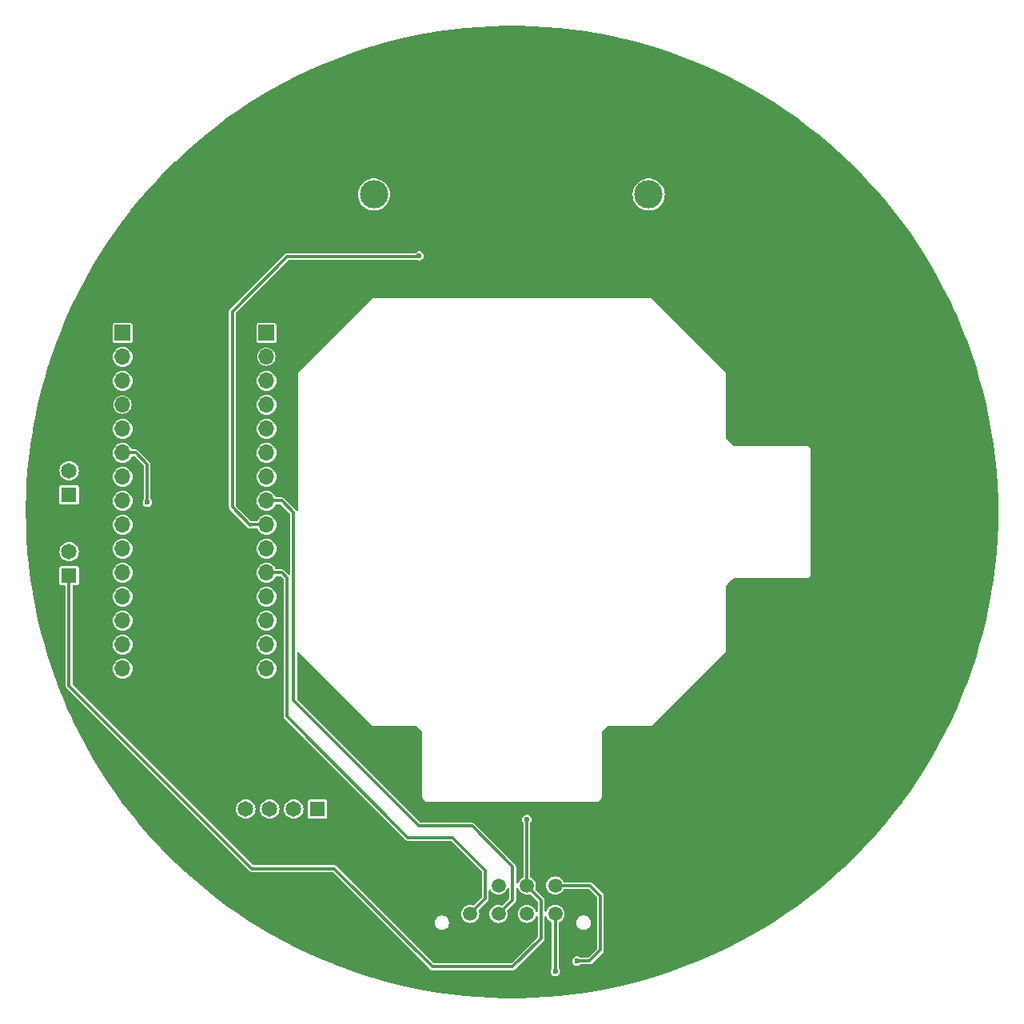
<source format=gbr>
%TF.GenerationSoftware,KiCad,Pcbnew,8.0.1*%
%TF.CreationDate,2024-04-24T20:44:49+02:00*%
%TF.ProjectId,Connectors_card,436f6e6e-6563-4746-9f72-735f63617264,rev?*%
%TF.SameCoordinates,Original*%
%TF.FileFunction,Copper,L2,Bot*%
%TF.FilePolarity,Positive*%
%FSLAX46Y46*%
G04 Gerber Fmt 4.6, Leading zero omitted, Abs format (unit mm)*
G04 Created by KiCad (PCBNEW 8.0.1) date 2024-04-24 20:44:49*
%MOMM*%
%LPD*%
G01*
G04 APERTURE LIST*
%TA.AperFunction,ComponentPad*%
%ADD10R,1.650000X1.650000*%
%TD*%
%TA.AperFunction,ComponentPad*%
%ADD11C,1.650000*%
%TD*%
%TA.AperFunction,ComponentPad*%
%ADD12R,1.520000X1.520000*%
%TD*%
%TA.AperFunction,ComponentPad*%
%ADD13C,1.520000*%
%TD*%
%TA.AperFunction,ComponentPad*%
%ADD14R,1.530000X1.530000*%
%TD*%
%TA.AperFunction,ComponentPad*%
%ADD15C,1.530000*%
%TD*%
%TA.AperFunction,ComponentPad*%
%ADD16C,3.000000*%
%TD*%
%TA.AperFunction,ComponentPad*%
%ADD17R,3.000000X3.000000*%
%TD*%
%TA.AperFunction,ComponentPad*%
%ADD18R,1.700000X1.700000*%
%TD*%
%TA.AperFunction,ComponentPad*%
%ADD19O,1.700000X1.700000*%
%TD*%
%TA.AperFunction,ViaPad*%
%ADD20C,0.600000*%
%TD*%
%TA.AperFunction,Conductor*%
%ADD21C,0.300000*%
%TD*%
G04 APERTURE END LIST*
D10*
%TO.P,J3,1,1*%
%TO.N,+5V*%
X102698200Y-102642000D03*
D11*
%TO.P,J3,2,2*%
%TO.N,/PA8{slash}TIM1_CH1*%
X102698200Y-100102000D03*
%TO.P,J3,3,3*%
%TO.N,GND*%
X102698200Y-97562000D03*
%TD*%
D10*
%TO.P,J5,1,1*%
%TO.N,+3.3V*%
X129018200Y-127362000D03*
D11*
%TO.P,J5,2,2*%
%TO.N,/PA3{slash}BTN*%
X126478200Y-127362000D03*
%TO.P,J5,3,3*%
%TO.N,+12V*%
X123938200Y-127362000D03*
%TO.P,J5,4,4*%
%TO.N,Net-(Q1-C)*%
X121398200Y-127362000D03*
%TD*%
D12*
%TO.P,J6,1,1*%
%TO.N,GND*%
X145178200Y-135462000D03*
D13*
%TO.P,J6,2,2*%
%TO.N,/PA6{slash}RST*%
X148178200Y-135462000D03*
%TO.P,J6,3,3*%
%TO.N,+5V*%
X151178200Y-135462000D03*
%TO.P,J6,4,4*%
%TO.N,/PB0{slash}DC*%
X154178200Y-135462000D03*
%TO.P,J6,5,5*%
%TO.N,/PA1{slash}SPI_CLK*%
X145178200Y-138462000D03*
%TO.P,J6,6,6*%
%TO.N,/PA5{slash}CS*%
X148178200Y-138462000D03*
%TO.P,J6,7,7*%
%TO.N,/PA7{slash}SPI_MOSI*%
X151178200Y-138462000D03*
%TO.P,J6,8,8*%
%TO.N,/PB1{slash}BLK*%
X154178200Y-138462000D03*
%TD*%
D14*
%TO.P,U1,CN3_1,CN3_1*%
%TO.N,Net-(U1-PadCN3_1)*%
X108338200Y-76902000D03*
D15*
%TO.P,U1,CN3_2,CN3_2*%
X108338200Y-79442000D03*
%TO.P,U1,CN3_3,CN3_3*%
%TO.N,Net-(U1-PadCN3_3)*%
X108338200Y-81982000D03*
%TO.P,U1,CN3_4,CN3_4*%
X108338200Y-84522000D03*
%TO.P,U1,CN3_5,CN3_5*%
%TO.N,Net-(U1-PadCN3_5)*%
X108338200Y-87062000D03*
%TO.P,U1,CN3_6,CN3_6*%
X108338200Y-89602000D03*
%TO.P,U1,CN3_7*%
%TO.N,N/C*%
X108338200Y-92142000D03*
%TO.P,U1,CN3_8,CN3_8*%
%TO.N,Net-(U1-VC10)*%
X108338200Y-94682000D03*
%TO.P,U1,CN3_9,CN3_9*%
%TO.N,Net-(U1-PadCN3_10)*%
X108338200Y-97222000D03*
%TO.P,U1,CN3_10,CN3_10*%
X108338200Y-99762000D03*
%TO.P,U1,CN3_11,CN3_11*%
%TO.N,Net-(U1-PadCN3_11)*%
X108338200Y-102302000D03*
%TO.P,U1,CN3_12,CN3_12*%
X108338200Y-104842000D03*
%TO.P,U1,CN3_13,CN3_13*%
%TO.N,Net-(U1-PadCN3_13)*%
X108338200Y-107382000D03*
%TO.P,U1,CN3_14,CN3_14*%
X108338200Y-109922000D03*
%TO.P,U1,CN3_15,CN3_15*%
%TO.N,Net-(U1-PadCN3_15)*%
X108338200Y-112462000D03*
D14*
%TO.P,U1,CN4_1,CN4_1*%
X123578200Y-76902000D03*
D15*
%TO.P,U1,CN4_2,CN4_2*%
%TO.N,Net-(U1-PadCN4_2)*%
X123578200Y-79442000D03*
%TO.P,U1,CN4_3,CN4_3*%
X123578200Y-81982000D03*
%TO.P,U1,CN4_4*%
%TO.N,N/C*%
X123578200Y-84522000D03*
%TO.P,U1,CN4_5,CN4_5*%
%TO.N,Net-(U1-PadCN4_5)*%
X123578200Y-87062000D03*
%TO.P,U1,CN4_6,CN4_6*%
X123578200Y-89602000D03*
%TO.P,U1,CN4_7,CN4_7*%
%TO.N,Net-(U1-PadCN4_7)*%
X123578200Y-92142000D03*
%TO.P,U1,CN4_8,CN4_8*%
X123578200Y-94682000D03*
%TO.P,U1,CN4_9,CN4_9*%
%TO.N,Net-(U1-PadCN4_10)*%
X123578200Y-97222000D03*
%TO.P,U1,CN4_10,CN4_10*%
%TO.N,/PA3{slash}BTN*%
X123578200Y-99762000D03*
%TO.P,U1,CN4_11,CN4_11*%
%TO.N,Net-(U1-PadCN4_11)*%
X123578200Y-102302000D03*
%TO.P,U1,CN4_12,CN4_12*%
X123578200Y-104842000D03*
%TO.P,U1,CN4_13,CN4_13*%
%TO.N,Net-(U1-PadCN4_13)*%
X123578200Y-107382000D03*
%TO.P,U1,CN4_14,CN4_14*%
X123578200Y-109922000D03*
%TO.P,U1,CN4_15,CN4_15*%
%TO.N,unconnected-(U1-PadCN4_15)*%
X123578200Y-112462000D03*
%TD*%
D16*
%TO.P,J1,+,+*%
%TO.N,Net-(F1-Pad2)*%
X134978200Y-62262000D03*
D17*
%TO.P,J1,-,-*%
%TO.N,GND*%
X134978200Y-57262000D03*
%TD*%
D18*
%TO.P,J7,1,Pin_1*%
%TO.N,/PA9{slash}UART_TX*%
X108356200Y-76926000D03*
D19*
%TO.P,J7,2,Pin_2*%
%TO.N,/PA10{slash}UART_RX*%
X108356200Y-79466000D03*
%TO.P,J7,3,Pin_3*%
%TO.N,/NRST*%
X108356200Y-82006000D03*
%TO.P,J7,4,Pin_4*%
%TO.N,GND*%
X108356200Y-84546000D03*
%TO.P,J7,5,Pin_5*%
%TO.N,/PA12*%
X108356200Y-87086000D03*
%TO.P,J7,6,Pin_6*%
%TO.N,/PB0{slash}DC*%
X108356200Y-89626000D03*
%TO.P,J7,7,Pin_7*%
%TO.N,/PB7{slash}BTN_LED*%
X108356200Y-92166000D03*
%TO.P,J7,8,Pin_8*%
%TO.N,/PB6*%
X108356200Y-94706000D03*
%TO.P,J7,9,Pin_9*%
%TO.N,/PB1{slash}BLK*%
X108356200Y-97246000D03*
%TO.P,J7,10,Pin_10*%
%TO.N,/PC14*%
X108356200Y-99786000D03*
%TO.P,J7,11,Pin_11*%
%TO.N,/PC15*%
X108356200Y-102326000D03*
%TO.P,J7,12,Pin_12*%
%TO.N,/PA8{slash}TIM1_CH1*%
X108356200Y-104866000D03*
%TO.P,J7,13,Pin_13*%
%TO.N,/PA11*%
X108356200Y-107406000D03*
%TO.P,J7,14,Pin_14*%
%TO.N,/PB5*%
X108356200Y-109946000D03*
%TO.P,J7,15,Pin_15*%
%TO.N,/PB4*%
X108356200Y-112486000D03*
%TD*%
D18*
%TO.P,J8,1,Pin_1*%
%TO.N,+12V*%
X123596200Y-76926000D03*
D19*
%TO.P,J8,2,Pin_2*%
%TO.N,GND*%
X123596200Y-79466000D03*
%TO.P,J8,3,Pin_3*%
%TO.N,/NRST*%
X123596200Y-82006000D03*
%TO.P,J8,4,Pin_4*%
%TO.N,+5V*%
X123596200Y-84546000D03*
%TO.P,J8,5,Pin_5*%
%TO.N,/PA2*%
X123596200Y-87086000D03*
%TO.P,J8,6,Pin_6*%
%TO.N,/PA7{slash}SPI_MOSI*%
X123596200Y-89626000D03*
%TO.P,J8,7,Pin_7*%
%TO.N,/PA6{slash}RST*%
X123596200Y-92166000D03*
%TO.P,J8,8,Pin_8*%
%TO.N,/PA5{slash}CS*%
X123596200Y-94706000D03*
%TO.P,J8,9,Pin_9*%
%TO.N,/PA4{slash}MOS_ALIM*%
X123596200Y-97246000D03*
%TO.P,J8,10,Pin_10*%
%TO.N,/PA3{slash}BTN*%
X123596200Y-99786000D03*
%TO.P,J8,11,Pin_11*%
%TO.N,/PA1{slash}SPI_CLK*%
X123596200Y-102326000D03*
%TO.P,J8,12,Pin_12*%
%TO.N,/PA0*%
X123596200Y-104866000D03*
%TO.P,J8,13,Pin_13*%
%TO.N,/AREF*%
X123596200Y-107406000D03*
%TO.P,J8,14,Pin_14*%
%TO.N,+3.3V*%
X123596200Y-109946000D03*
%TO.P,J8,15,Pin_15*%
%TO.N,/PB3*%
X123596200Y-112486000D03*
%TD*%
D10*
%TO.P,J4,1,1*%
%TO.N,/PA9{slash}UART_TX*%
X102698200Y-94062000D03*
D11*
%TO.P,J4,2,2*%
%TO.N,/PA10{slash}UART_RX*%
X102698200Y-91522000D03*
%TO.P,J4,3,3*%
%TO.N,GND*%
X102698200Y-88982000D03*
%TD*%
D16*
%TO.P,J2,+,+*%
%TO.N,Net-(Q2-E)*%
X164078200Y-62262000D03*
D17*
%TO.P,J2,-,-*%
%TO.N,GND*%
X164078200Y-57262000D03*
%TD*%
D20*
%TO.N,+5V*%
X151178200Y-128462000D03*
%TO.N,/PB0{slash}DC*%
X110978200Y-94862000D03*
X156478200Y-143462000D03*
%TO.N,/PB1{slash}BLK*%
X154178200Y-144562000D03*
%TO.N,/PA4{slash}MOS_ALIM*%
X139778200Y-68762000D03*
%TD*%
D21*
%TO.N,+5V*%
X151178200Y-135462000D02*
X151178200Y-128462000D01*
X152678200Y-141062000D02*
X152678200Y-136962000D01*
X149678200Y-144062000D02*
X152678200Y-141062000D01*
X130778200Y-133662000D02*
X141178200Y-144062000D01*
X141178200Y-144062000D02*
X149678200Y-144062000D01*
X122078200Y-133662000D02*
X130778200Y-133662000D01*
X152678200Y-136962000D02*
X151178200Y-135462000D01*
X102698200Y-102642000D02*
X102698200Y-114282000D01*
X102698200Y-114282000D02*
X122078200Y-133662000D01*
%TO.N,/PB0{slash}DC*%
X109742200Y-89626000D02*
X110978200Y-90862000D01*
X154178200Y-135462000D02*
X157878200Y-135462000D01*
X158978200Y-136562000D02*
X158978200Y-142262000D01*
X108356200Y-89626000D02*
X109742200Y-89626000D01*
X157878200Y-135462000D02*
X158978200Y-136562000D01*
X157778200Y-143462000D02*
X156478200Y-143462000D01*
X110978200Y-90862000D02*
X110978200Y-94862000D01*
X158978200Y-142262000D02*
X157778200Y-143462000D01*
%TO.N,/PB1{slash}BLK*%
X154178200Y-138462000D02*
X154178200Y-144562000D01*
%TO.N,/PA1{slash}SPI_CLK*%
X125242200Y-102326000D02*
X125778200Y-102862000D01*
X138578200Y-130362000D02*
X143278200Y-130362000D01*
X125778200Y-102862000D02*
X125778200Y-117562000D01*
X125778200Y-117562000D02*
X138578200Y-130362000D01*
X143278200Y-130362000D02*
X146778200Y-133862000D01*
X146778200Y-133862000D02*
X146778200Y-136862000D01*
X123596200Y-102326000D02*
X125242200Y-102326000D01*
X146778200Y-136862000D02*
X145178200Y-138462000D01*
%TO.N,/PA5{slash}CS*%
X126478200Y-115862000D02*
X126478200Y-95962000D01*
X125222200Y-94706000D02*
X123596200Y-94706000D01*
X149678200Y-133462000D02*
X145378200Y-129162000D01*
X148178200Y-138462000D02*
X149678200Y-136962000D01*
X145378200Y-129162000D02*
X139778200Y-129162000D01*
X126478200Y-95962000D02*
X125222200Y-94706000D01*
X149678200Y-136962000D02*
X149678200Y-133462000D01*
X139778200Y-129162000D02*
X126478200Y-115862000D01*
%TO.N,/PA4{slash}MOS_ALIM*%
X121878200Y-97262000D02*
X119978200Y-95362000D01*
X119978200Y-74662000D02*
X125778200Y-68862000D01*
X119978200Y-95362000D02*
X119978200Y-74662000D01*
X125778200Y-68862000D02*
X139678200Y-68862000D01*
X123596200Y-97246000D02*
X121894200Y-97246000D01*
X121894200Y-97246000D02*
X121878200Y-97262000D01*
X139678200Y-68862000D02*
X139778200Y-68762000D01*
%TD*%
%TA.AperFunction,Conductor*%
%TO.N,GND*%
G36*
X150324790Y-44400538D02*
G01*
X151752550Y-44440242D01*
X151755943Y-44440383D01*
X153182044Y-44519761D01*
X153185430Y-44519997D01*
X154608833Y-44638992D01*
X154612175Y-44639318D01*
X156031707Y-44797834D01*
X156035046Y-44798253D01*
X157449648Y-44996172D01*
X157452950Y-44996681D01*
X158861494Y-45233844D01*
X158864847Y-45234457D01*
X160266176Y-45510669D01*
X160269503Y-45511372D01*
X161472860Y-45783517D01*
X161662633Y-45826435D01*
X161665985Y-45827242D01*
X163049793Y-46180904D01*
X163053121Y-46181804D01*
X164426624Y-46573813D01*
X164429861Y-46574787D01*
X165791869Y-47004804D01*
X165795102Y-47005874D01*
X167144720Y-47473618D01*
X167147863Y-47474757D01*
X168483964Y-47979840D01*
X168487105Y-47981078D01*
X169536057Y-48411304D01*
X169808563Y-48523072D01*
X169811734Y-48524424D01*
X171117663Y-49102963D01*
X171120713Y-49104365D01*
X172410078Y-49718994D01*
X172413116Y-49720494D01*
X173684816Y-50370686D01*
X173687832Y-50372280D01*
X174941050Y-51057617D01*
X174944006Y-51059287D01*
X176177674Y-51779189D01*
X176180547Y-51780919D01*
X177049479Y-52320908D01*
X177393700Y-52534820D01*
X177396602Y-52536680D01*
X178588282Y-53323980D01*
X178591132Y-53325920D01*
X179760506Y-54146072D01*
X179763300Y-54148091D01*
X180909354Y-55000379D01*
X180912092Y-55002474D01*
X182034080Y-55886346D01*
X182036758Y-55888517D01*
X183133695Y-56803197D01*
X183136312Y-56805441D01*
X184207431Y-57750290D01*
X184209984Y-57752606D01*
X185254404Y-58726845D01*
X185256892Y-58729231D01*
X186273860Y-59732159D01*
X186276280Y-59734614D01*
X187264924Y-60765370D01*
X187267276Y-60767891D01*
X188226921Y-61825773D01*
X188229201Y-61828358D01*
X189159054Y-62912490D01*
X189161262Y-62915138D01*
X190060626Y-64024709D01*
X190062759Y-64027417D01*
X190930923Y-65161548D01*
X190932980Y-65164314D01*
X191769273Y-66322128D01*
X191771253Y-66324950D01*
X192575065Y-67505604D01*
X192576965Y-67508480D01*
X193347624Y-68710987D01*
X193349444Y-68713915D01*
X194086405Y-69937426D01*
X194088142Y-69940404D01*
X194790772Y-71183867D01*
X194792426Y-71186891D01*
X195321442Y-72187036D01*
X195460249Y-72449460D01*
X195461818Y-72452530D01*
X196094254Y-73733116D01*
X196095738Y-73736228D01*
X196422413Y-74446788D01*
X196611715Y-74858544D01*
X196692356Y-75033947D01*
X196693752Y-75037099D01*
X197254064Y-76350902D01*
X197255372Y-76354091D01*
X197778938Y-77682940D01*
X197780157Y-77686165D01*
X198266580Y-79029051D01*
X198267709Y-79032308D01*
X198716618Y-80388207D01*
X198717656Y-80391494D01*
X199128704Y-81759361D01*
X199129650Y-81762676D01*
X199502506Y-83141411D01*
X199503360Y-83144751D01*
X199837757Y-84533360D01*
X199838517Y-84536722D01*
X200134174Y-85934048D01*
X200134841Y-85937431D01*
X200391548Y-87342470D01*
X200392120Y-87345869D01*
X200609664Y-88757462D01*
X200610142Y-88760876D01*
X200788369Y-90178026D01*
X200788751Y-90181452D01*
X200927507Y-91602925D01*
X200927795Y-91606360D01*
X201026990Y-93031243D01*
X201027181Y-93034685D01*
X201086725Y-94461696D01*
X201086821Y-94465142D01*
X201106676Y-95893290D01*
X201106676Y-95896738D01*
X201086821Y-97324885D01*
X201086725Y-97328331D01*
X201027181Y-98755342D01*
X201026990Y-98758784D01*
X200927795Y-100183667D01*
X200927507Y-100187102D01*
X200788751Y-101608575D01*
X200788369Y-101612001D01*
X200610142Y-103029151D01*
X200609664Y-103032565D01*
X200392120Y-104444158D01*
X200391548Y-104447557D01*
X200134841Y-105852596D01*
X200134174Y-105855979D01*
X199838517Y-107253305D01*
X199837757Y-107256667D01*
X199503360Y-108645276D01*
X199502506Y-108648616D01*
X199129650Y-110027351D01*
X199128704Y-110030666D01*
X198717656Y-111398533D01*
X198716618Y-111401820D01*
X198267709Y-112757719D01*
X198266580Y-112760976D01*
X197780157Y-114103862D01*
X197778938Y-114107087D01*
X197255372Y-115435936D01*
X197254064Y-115439125D01*
X196693752Y-116752928D01*
X196692356Y-116756080D01*
X196095738Y-118053799D01*
X196094254Y-118056911D01*
X195461818Y-119337497D01*
X195460249Y-119340567D01*
X194792426Y-120603136D01*
X194790772Y-120606160D01*
X194088142Y-121849623D01*
X194086405Y-121852601D01*
X193349444Y-123076112D01*
X193347624Y-123079040D01*
X192576965Y-124281547D01*
X192575065Y-124284423D01*
X191771253Y-125465077D01*
X191769273Y-125467899D01*
X190932980Y-126625713D01*
X190930923Y-126628479D01*
X190062759Y-127762610D01*
X190060626Y-127765318D01*
X189161262Y-128874889D01*
X189159054Y-128877537D01*
X188229201Y-129961669D01*
X188226921Y-129964254D01*
X187267276Y-131022136D01*
X187264924Y-131024657D01*
X186276280Y-132055413D01*
X186273860Y-132057868D01*
X185256892Y-133060796D01*
X185254404Y-133063182D01*
X184209984Y-134037421D01*
X184207431Y-134039737D01*
X183136312Y-134984586D01*
X183133695Y-134986830D01*
X182036758Y-135901510D01*
X182034080Y-135903681D01*
X180912092Y-136787553D01*
X180909354Y-136789648D01*
X179763300Y-137641936D01*
X179760506Y-137643955D01*
X178591132Y-138464107D01*
X178588282Y-138466047D01*
X177396602Y-139253347D01*
X177393700Y-139255207D01*
X176180587Y-140009083D01*
X176177634Y-140010862D01*
X174944028Y-140730727D01*
X174941027Y-140732423D01*
X173687847Y-141417739D01*
X173684799Y-141419350D01*
X172413143Y-142069519D01*
X172410052Y-142071046D01*
X171120754Y-142685643D01*
X171117622Y-142687083D01*
X169811734Y-143265603D01*
X169808563Y-143266955D01*
X168487138Y-143808936D01*
X168483931Y-143810200D01*
X167147912Y-144315252D01*
X167144671Y-144316426D01*
X165795121Y-144784146D01*
X165791848Y-144785229D01*
X164429893Y-145215230D01*
X164426592Y-145216223D01*
X163053121Y-145608223D01*
X163049793Y-145609123D01*
X161665985Y-145962785D01*
X161662633Y-145963592D01*
X160269525Y-146278650D01*
X160266153Y-146279363D01*
X158864866Y-146555566D01*
X158861475Y-146556186D01*
X157453002Y-146793338D01*
X157449595Y-146793863D01*
X156035086Y-146991768D01*
X156031665Y-146992198D01*
X154612220Y-147150704D01*
X154608789Y-147151039D01*
X153185457Y-147270028D01*
X153182018Y-147270267D01*
X151755969Y-147349642D01*
X151752525Y-147349786D01*
X150324790Y-147389490D01*
X150321343Y-147389538D01*
X148893057Y-147389538D01*
X148889610Y-147389490D01*
X147461874Y-147349786D01*
X147458430Y-147349642D01*
X146032381Y-147270267D01*
X146028942Y-147270028D01*
X144605610Y-147151039D01*
X144602179Y-147150704D01*
X143182734Y-146992198D01*
X143179313Y-146991768D01*
X141764804Y-146793863D01*
X141761397Y-146793338D01*
X140352924Y-146556186D01*
X140349533Y-146555566D01*
X138948246Y-146279363D01*
X138944874Y-146278650D01*
X137551766Y-145963592D01*
X137548414Y-145962785D01*
X136164606Y-145609123D01*
X136161278Y-145608223D01*
X134787807Y-145216223D01*
X134784506Y-145215230D01*
X133422551Y-144785229D01*
X133419278Y-144784146D01*
X132069728Y-144316426D01*
X132066487Y-144315252D01*
X131996058Y-144288628D01*
X130820258Y-143844143D01*
X130730468Y-143810200D01*
X130727261Y-143808936D01*
X129405836Y-143266955D01*
X129402665Y-143265603D01*
X128096777Y-142687083D01*
X128093645Y-142685643D01*
X126804347Y-142071046D01*
X126801256Y-142069519D01*
X125529600Y-141419350D01*
X125526552Y-141417739D01*
X124273372Y-140732423D01*
X124270371Y-140730727D01*
X124089970Y-140625455D01*
X123036746Y-140010850D01*
X123033831Y-140009095D01*
X122413862Y-139623822D01*
X121820699Y-139255207D01*
X121817797Y-139253347D01*
X120626117Y-138466047D01*
X120623267Y-138464107D01*
X119453893Y-137643955D01*
X119451099Y-137641936D01*
X118305045Y-136789648D01*
X118302307Y-136787553D01*
X117180319Y-135903681D01*
X117177641Y-135901510D01*
X116080704Y-134986830D01*
X116078087Y-134984586D01*
X115006968Y-134039737D01*
X115004415Y-134037421D01*
X113959995Y-133063182D01*
X113957507Y-133060796D01*
X112940539Y-132057868D01*
X112938119Y-132055413D01*
X111949475Y-131024657D01*
X111947123Y-131022136D01*
X110987478Y-129964254D01*
X110985198Y-129961669D01*
X110055345Y-128877537D01*
X110053137Y-128874889D01*
X110047581Y-128868035D01*
X109646056Y-128372662D01*
X109153773Y-127765318D01*
X109151640Y-127762610D01*
X108543114Y-126967659D01*
X108283469Y-126628470D01*
X108281419Y-126625713D01*
X108194373Y-126505202D01*
X107445123Y-125467896D01*
X107443146Y-125465077D01*
X106639329Y-124284416D01*
X106637434Y-124281547D01*
X105866775Y-123079040D01*
X105864955Y-123076112D01*
X105127994Y-121852601D01*
X105126257Y-121849623D01*
X104423627Y-120606160D01*
X104421973Y-120603136D01*
X103754133Y-119340534D01*
X103752598Y-119337531D01*
X103120145Y-118056911D01*
X103118661Y-118053799D01*
X102954758Y-117697290D01*
X102522019Y-116756027D01*
X102520647Y-116752928D01*
X102293304Y-116219862D01*
X101960335Y-115439125D01*
X101959027Y-115435936D01*
X101589170Y-114497213D01*
X101435460Y-114107086D01*
X101434242Y-114103862D01*
X101201467Y-113461232D01*
X100947811Y-112760954D01*
X100946690Y-112757719D01*
X100924909Y-112691932D01*
X100497781Y-111401820D01*
X100496743Y-111398533D01*
X100480386Y-111344103D01*
X100085683Y-110030624D01*
X100084761Y-110027394D01*
X99711884Y-108648580D01*
X99711048Y-108645311D01*
X99376631Y-107256618D01*
X99375893Y-107253355D01*
X99080222Y-105855963D01*
X99079558Y-105852596D01*
X99077482Y-105841232D01*
X98822843Y-104447510D01*
X98822287Y-104444207D01*
X98674731Y-103486752D01*
X101672700Y-103486752D01*
X101684331Y-103545229D01*
X101684332Y-103545230D01*
X101728647Y-103611552D01*
X101794969Y-103655867D01*
X101794970Y-103655868D01*
X101853447Y-103667499D01*
X101853450Y-103667500D01*
X101853452Y-103667500D01*
X102223700Y-103667500D01*
X102290739Y-103687185D01*
X102336494Y-103739989D01*
X102347700Y-103791500D01*
X102347700Y-114328143D01*
X102371586Y-114417287D01*
X102371587Y-114417290D01*
X102417727Y-114497208D01*
X102417729Y-114497211D01*
X102417730Y-114497212D01*
X121862988Y-133942470D01*
X121942912Y-133988614D01*
X122032056Y-134012500D01*
X122124344Y-134012500D01*
X130581656Y-134012500D01*
X130648695Y-134032185D01*
X130669337Y-134048819D01*
X140962988Y-144342470D01*
X141042912Y-144388614D01*
X141132056Y-144412500D01*
X141132058Y-144412500D01*
X149724342Y-144412500D01*
X149724344Y-144412500D01*
X149813488Y-144388614D01*
X149893412Y-144342470D01*
X152958670Y-141277212D01*
X153004814Y-141197288D01*
X153028700Y-141108143D01*
X153028700Y-141015856D01*
X153028700Y-138817366D01*
X153048385Y-138750327D01*
X153101189Y-138704572D01*
X153170347Y-138694628D01*
X153233903Y-138723653D01*
X153271359Y-138781369D01*
X153286520Y-138831346D01*
X153286521Y-138831348D01*
X153375712Y-138998210D01*
X153495737Y-139144462D01*
X153597513Y-139227986D01*
X153641993Y-139264490D01*
X153762154Y-139328718D01*
X153811998Y-139377679D01*
X153827700Y-139438075D01*
X153827700Y-144155963D01*
X153808015Y-144223002D01*
X153797414Y-144237164D01*
X153752825Y-144288623D01*
X153752822Y-144288628D01*
X153693034Y-144419543D01*
X153672553Y-144562000D01*
X153693034Y-144704456D01*
X153752822Y-144835371D01*
X153752823Y-144835373D01*
X153847072Y-144944143D01*
X153968147Y-145021953D01*
X153968150Y-145021954D01*
X153968149Y-145021954D01*
X154106236Y-145062499D01*
X154106238Y-145062500D01*
X154106239Y-145062500D01*
X154250162Y-145062500D01*
X154250162Y-145062499D01*
X154388253Y-145021953D01*
X154509328Y-144944143D01*
X154603577Y-144835373D01*
X154663365Y-144704457D01*
X154683847Y-144562000D01*
X154663365Y-144419543D01*
X154603577Y-144288627D01*
X154603574Y-144288623D01*
X154558986Y-144237164D01*
X154529962Y-144173608D01*
X154528700Y-144155963D01*
X154528700Y-139476907D01*
X156417700Y-139476907D01*
X156446923Y-139623822D01*
X156446925Y-139623830D01*
X156504251Y-139762229D01*
X156504256Y-139762238D01*
X156587480Y-139886790D01*
X156587483Y-139886794D01*
X156693405Y-139992716D01*
X156693409Y-139992719D01*
X156817961Y-140075943D01*
X156817967Y-140075946D01*
X156817968Y-140075947D01*
X156956370Y-140133275D01*
X157103292Y-140162499D01*
X157103296Y-140162500D01*
X157103297Y-140162500D01*
X157253104Y-140162500D01*
X157253105Y-140162499D01*
X157400030Y-140133275D01*
X157538432Y-140075947D01*
X157662991Y-139992719D01*
X157768919Y-139886791D01*
X157852147Y-139762232D01*
X157909475Y-139623830D01*
X157938700Y-139476903D01*
X157938700Y-139327097D01*
X157909475Y-139180170D01*
X157852147Y-139041768D01*
X157852146Y-139041767D01*
X157852143Y-139041761D01*
X157768919Y-138917209D01*
X157768916Y-138917205D01*
X157662994Y-138811283D01*
X157662990Y-138811280D01*
X157538438Y-138728056D01*
X157538429Y-138728051D01*
X157400030Y-138670725D01*
X157400022Y-138670723D01*
X157253107Y-138641500D01*
X157253103Y-138641500D01*
X157103297Y-138641500D01*
X157103292Y-138641500D01*
X156956377Y-138670723D01*
X156956369Y-138670725D01*
X156817970Y-138728051D01*
X156817961Y-138728056D01*
X156693409Y-138811280D01*
X156693405Y-138811283D01*
X156587483Y-138917205D01*
X156587480Y-138917209D01*
X156504256Y-139041761D01*
X156504251Y-139041770D01*
X156446925Y-139180169D01*
X156446923Y-139180177D01*
X156417700Y-139327092D01*
X156417700Y-139476907D01*
X154528700Y-139476907D01*
X154528700Y-139438075D01*
X154548385Y-139371036D01*
X154594245Y-139328718D01*
X154714407Y-139264490D01*
X154860662Y-139144462D01*
X154980690Y-138998207D01*
X155069880Y-138831346D01*
X155124802Y-138650291D01*
X155143347Y-138462000D01*
X155124802Y-138273709D01*
X155069880Y-138092654D01*
X154980690Y-137925793D01*
X154980687Y-137925789D01*
X154860662Y-137779537D01*
X154714410Y-137659512D01*
X154714408Y-137659511D01*
X154714407Y-137659510D01*
X154547546Y-137570320D01*
X154457018Y-137542859D01*
X154366489Y-137515397D01*
X154178200Y-137496853D01*
X153989910Y-137515397D01*
X153808851Y-137570321D01*
X153641989Y-137659512D01*
X153495737Y-137779537D01*
X153375712Y-137925789D01*
X153286521Y-138092651D01*
X153271361Y-138142628D01*
X153233063Y-138201067D01*
X153169251Y-138229523D01*
X153100184Y-138218963D01*
X153047790Y-138172739D01*
X153028700Y-138106633D01*
X153028700Y-136915857D01*
X153028700Y-136915856D01*
X153004814Y-136826712D01*
X152982812Y-136788604D01*
X152958673Y-136746794D01*
X152958670Y-136746791D01*
X152958669Y-136746788D01*
X152893412Y-136681531D01*
X152116228Y-135904346D01*
X152082745Y-135843026D01*
X152085250Y-135780674D01*
X152124802Y-135650291D01*
X152143347Y-135462000D01*
X153213053Y-135462000D01*
X153231597Y-135650289D01*
X153253633Y-135722932D01*
X153286520Y-135831346D01*
X153362057Y-135972665D01*
X153375712Y-135998210D01*
X153495737Y-136144462D01*
X153641989Y-136264487D01*
X153641993Y-136264490D01*
X153808854Y-136353680D01*
X153989909Y-136408602D01*
X154178200Y-136427147D01*
X154366491Y-136408602D01*
X154547546Y-136353680D01*
X154714407Y-136264490D01*
X154860662Y-136144462D01*
X154980690Y-135998207D01*
X155044918Y-135878045D01*
X155093881Y-135828202D01*
X155154276Y-135812500D01*
X157681656Y-135812500D01*
X157748695Y-135832185D01*
X157769337Y-135848819D01*
X158591381Y-136670863D01*
X158624866Y-136732186D01*
X158627700Y-136758544D01*
X158627700Y-142065456D01*
X158608015Y-142132495D01*
X158591381Y-142153137D01*
X157669337Y-143075181D01*
X157608014Y-143108666D01*
X157581656Y-143111500D01*
X156892095Y-143111500D01*
X156825056Y-143091815D01*
X156810888Y-143081210D01*
X156809332Y-143079862D01*
X156809328Y-143079857D01*
X156688253Y-143002047D01*
X156688251Y-143002046D01*
X156688249Y-143002045D01*
X156688250Y-143002045D01*
X156550163Y-142961500D01*
X156550161Y-142961500D01*
X156406239Y-142961500D01*
X156406236Y-142961500D01*
X156268149Y-143002045D01*
X156147073Y-143079856D01*
X156052823Y-143188626D01*
X156052822Y-143188628D01*
X155993034Y-143319543D01*
X155972553Y-143462000D01*
X155993034Y-143604456D01*
X156040626Y-143708666D01*
X156052823Y-143735373D01*
X156147072Y-143844143D01*
X156268147Y-143921953D01*
X156268150Y-143921954D01*
X156268149Y-143921954D01*
X156406236Y-143962499D01*
X156406238Y-143962500D01*
X156406239Y-143962500D01*
X156550162Y-143962500D01*
X156550162Y-143962499D01*
X156688253Y-143921953D01*
X156809328Y-143844143D01*
X156809336Y-143844133D01*
X156810888Y-143842790D01*
X156812772Y-143841929D01*
X156816789Y-143839348D01*
X156817160Y-143839925D01*
X156874443Y-143813763D01*
X156892095Y-143812500D01*
X157824342Y-143812500D01*
X157824344Y-143812500D01*
X157913488Y-143788614D01*
X157925756Y-143781531D01*
X157993412Y-143742470D01*
X159258669Y-142477212D01*
X159304814Y-142397288D01*
X159328700Y-142308144D01*
X159328700Y-136515856D01*
X159304814Y-136426712D01*
X159294358Y-136408602D01*
X159258670Y-136346788D01*
X158093412Y-135181530D01*
X158093411Y-135181529D01*
X158093408Y-135181527D01*
X158013490Y-135135387D01*
X158013489Y-135135386D01*
X158013488Y-135135386D01*
X157924344Y-135111500D01*
X157924343Y-135111500D01*
X155154276Y-135111500D01*
X155087237Y-135091815D01*
X155044918Y-135045954D01*
X155029248Y-135016638D01*
X154980690Y-134925793D01*
X154953679Y-134892880D01*
X154860662Y-134779537D01*
X154714410Y-134659512D01*
X154714408Y-134659511D01*
X154714407Y-134659510D01*
X154547546Y-134570320D01*
X154396675Y-134524554D01*
X154366489Y-134515397D01*
X154178200Y-134496853D01*
X153989910Y-134515397D01*
X153808851Y-134570321D01*
X153641989Y-134659512D01*
X153495737Y-134779537D01*
X153375712Y-134925789D01*
X153286521Y-135092651D01*
X153231597Y-135273710D01*
X153213053Y-135462000D01*
X152143347Y-135462000D01*
X152124802Y-135273709D01*
X152069880Y-135092654D01*
X151980690Y-134925793D01*
X151953679Y-134892880D01*
X151860662Y-134779537D01*
X151714410Y-134659512D01*
X151714408Y-134659511D01*
X151714407Y-134659510D01*
X151594245Y-134595281D01*
X151544402Y-134546319D01*
X151528700Y-134485924D01*
X151528700Y-128868035D01*
X151548385Y-128800996D01*
X151558982Y-128786837D01*
X151603577Y-128735373D01*
X151663365Y-128604457D01*
X151683847Y-128462000D01*
X151663365Y-128319543D01*
X151603577Y-128188627D01*
X151509328Y-128079857D01*
X151388253Y-128002047D01*
X151388251Y-128002046D01*
X151388249Y-128002045D01*
X151388250Y-128002045D01*
X151250163Y-127961500D01*
X151250161Y-127961500D01*
X151106239Y-127961500D01*
X151106236Y-127961500D01*
X150968149Y-128002045D01*
X150847073Y-128079856D01*
X150847072Y-128079856D01*
X150847072Y-128079857D01*
X150834490Y-128094377D01*
X150752823Y-128188626D01*
X150752822Y-128188628D01*
X150693034Y-128319543D01*
X150672553Y-128462000D01*
X150693034Y-128604456D01*
X150752822Y-128735371D01*
X150752823Y-128735373D01*
X150797413Y-128786833D01*
X150826438Y-128850388D01*
X150827700Y-128868035D01*
X150827700Y-134485924D01*
X150808015Y-134552963D01*
X150762154Y-134595282D01*
X150641989Y-134659512D01*
X150495737Y-134779537D01*
X150375712Y-134925789D01*
X150286521Y-135092651D01*
X150286520Y-135092653D01*
X150286520Y-135092654D01*
X150273558Y-135135386D01*
X150271361Y-135142628D01*
X150233063Y-135201067D01*
X150169251Y-135229523D01*
X150100184Y-135218963D01*
X150047790Y-135172739D01*
X150028700Y-135106633D01*
X150028700Y-133415858D01*
X150028700Y-133415856D01*
X150004814Y-133326712D01*
X150004811Y-133326706D01*
X149958673Y-133246794D01*
X149958670Y-133246791D01*
X149958669Y-133246788D01*
X149893412Y-133181531D01*
X145593412Y-128881530D01*
X145593411Y-128881529D01*
X145593408Y-128881527D01*
X145513490Y-128835387D01*
X145513489Y-128835386D01*
X145513488Y-128835386D01*
X145424344Y-128811500D01*
X145424343Y-128811500D01*
X139974743Y-128811500D01*
X139907704Y-128791815D01*
X139887062Y-128775181D01*
X126865019Y-115753137D01*
X126831534Y-115691814D01*
X126828700Y-115665456D01*
X126828700Y-110834407D01*
X126848385Y-110767368D01*
X126901189Y-110721613D01*
X126970347Y-110711669D01*
X127033903Y-110740694D01*
X127050628Y-110760954D01*
X127051752Y-110760092D01*
X127056698Y-110766538D01*
X127056700Y-110766541D01*
X134735673Y-118445514D01*
X134849801Y-118511406D01*
X134977095Y-118545514D01*
X135108880Y-118545514D01*
X139372959Y-118545514D01*
X139439998Y-118565199D01*
X139449432Y-118571903D01*
X139664069Y-118740060D01*
X139675277Y-118749990D01*
X139902223Y-118976936D01*
X139912153Y-118988144D01*
X140080311Y-119202781D01*
X140106160Y-119267693D01*
X140106700Y-119279254D01*
X140106700Y-126110905D01*
X140140808Y-126238201D01*
X140173754Y-126295264D01*
X140206700Y-126352328D01*
X140299886Y-126445514D01*
X140414014Y-126511406D01*
X140541308Y-126545514D01*
X140541310Y-126545514D01*
X158673090Y-126545514D01*
X158673092Y-126545514D01*
X158800386Y-126511406D01*
X158914514Y-126445514D01*
X159007700Y-126352328D01*
X159073592Y-126238200D01*
X159107700Y-126110906D01*
X159107700Y-119279254D01*
X159127385Y-119212215D01*
X159134089Y-119202781D01*
X159302253Y-118988135D01*
X159312168Y-118976944D01*
X159539130Y-118749982D01*
X159550321Y-118740067D01*
X159764968Y-118571903D01*
X159829880Y-118546054D01*
X159841441Y-118545514D01*
X164237304Y-118545514D01*
X164237306Y-118545514D01*
X164364600Y-118511406D01*
X164478728Y-118445514D01*
X172157700Y-110766541D01*
X172223592Y-110652413D01*
X172257700Y-110525120D01*
X172257700Y-110393335D01*
X172257700Y-103781116D01*
X172277385Y-103714077D01*
X172280542Y-103709401D01*
X172407690Y-103530204D01*
X172416328Y-103519372D01*
X172631249Y-103278875D01*
X172641061Y-103269063D01*
X172881558Y-103054142D01*
X172892390Y-103045504D01*
X173071549Y-102918383D01*
X173137614Y-102895645D01*
X173143303Y-102895514D01*
X180823090Y-102895514D01*
X180823092Y-102895514D01*
X180950386Y-102861406D01*
X181064514Y-102795514D01*
X181157700Y-102702328D01*
X181223592Y-102588200D01*
X181257700Y-102460906D01*
X181257700Y-89329122D01*
X181223592Y-89201828D01*
X181157700Y-89087700D01*
X181064514Y-88994514D01*
X181007450Y-88961568D01*
X180950387Y-88928622D01*
X180886739Y-88911568D01*
X180823092Y-88894514D01*
X180823091Y-88894514D01*
X173143303Y-88894514D01*
X173076264Y-88874829D01*
X173071568Y-88871657D01*
X172892401Y-88744531D01*
X172881544Y-88735873D01*
X172864970Y-88721062D01*
X172641070Y-88520972D01*
X172631239Y-88511141D01*
X172416345Y-88270674D01*
X172407675Y-88259802D01*
X172280570Y-88080664D01*
X172257831Y-88014599D01*
X172257700Y-88008909D01*
X172257700Y-81264910D01*
X172257700Y-81264908D01*
X172223592Y-81137614D01*
X172157700Y-81023486D01*
X172064514Y-80930300D01*
X164478728Y-73344514D01*
X164421664Y-73311568D01*
X164364601Y-73278622D01*
X164300953Y-73261568D01*
X164237306Y-73244514D01*
X135108879Y-73244514D01*
X134977094Y-73244514D01*
X134849799Y-73278622D01*
X134735673Y-73344514D01*
X134735670Y-73344516D01*
X127132445Y-80947740D01*
X127132444Y-80947740D01*
X127132445Y-80947741D01*
X127056700Y-81023486D01*
X126990808Y-81137612D01*
X126956700Y-81264908D01*
X126956700Y-95645457D01*
X126937015Y-95712496D01*
X126884211Y-95758251D01*
X126815053Y-95768195D01*
X126751497Y-95739170D01*
X126745019Y-95733138D01*
X126693412Y-95681531D01*
X125437413Y-94425531D01*
X125437408Y-94425527D01*
X125357490Y-94379387D01*
X125357489Y-94379386D01*
X125357488Y-94379386D01*
X125268344Y-94355500D01*
X125268343Y-94355500D01*
X124674327Y-94355500D01*
X124607288Y-94335815D01*
X124564969Y-94289954D01*
X124546079Y-94254615D01*
X124473885Y-94119550D01*
X124421902Y-94056209D01*
X124342610Y-93959589D01*
X124182652Y-93828317D01*
X124182653Y-93828317D01*
X124182650Y-93828315D01*
X124000154Y-93730768D01*
X123802134Y-93670700D01*
X123802132Y-93670699D01*
X123802134Y-93670699D01*
X123596200Y-93650417D01*
X123390267Y-93670699D01*
X123192243Y-93730769D01*
X123082098Y-93789643D01*
X123009750Y-93828315D01*
X123009748Y-93828316D01*
X123009747Y-93828317D01*
X122849789Y-93959589D01*
X122718517Y-94119547D01*
X122620969Y-94302043D01*
X122560899Y-94500067D01*
X122540617Y-94706000D01*
X122560899Y-94911932D01*
X122577067Y-94965230D01*
X122620968Y-95109954D01*
X122718515Y-95292450D01*
X122718517Y-95292452D01*
X122849789Y-95452410D01*
X122946409Y-95531702D01*
X123009750Y-95583685D01*
X123192246Y-95681232D01*
X123390266Y-95741300D01*
X123390265Y-95741300D01*
X123408729Y-95743118D01*
X123596200Y-95761583D01*
X123802134Y-95741300D01*
X124000154Y-95681232D01*
X124182650Y-95583685D01*
X124342610Y-95452410D01*
X124473885Y-95292450D01*
X124564969Y-95122046D01*
X124613932Y-95072202D01*
X124674327Y-95056500D01*
X125025656Y-95056500D01*
X125092695Y-95076185D01*
X125113337Y-95092819D01*
X126091381Y-96070862D01*
X126124866Y-96132185D01*
X126127700Y-96158543D01*
X126127700Y-102416456D01*
X126108015Y-102483495D01*
X126055211Y-102529250D01*
X125986053Y-102539194D01*
X125922497Y-102510169D01*
X125916019Y-102504137D01*
X125457413Y-102045531D01*
X125457408Y-102045527D01*
X125377490Y-101999387D01*
X125377489Y-101999386D01*
X125377488Y-101999386D01*
X125366988Y-101996572D01*
X125359302Y-101994513D01*
X125359301Y-101994512D01*
X125304238Y-101979758D01*
X125288344Y-101975500D01*
X125288343Y-101975500D01*
X124674327Y-101975500D01*
X124607288Y-101955815D01*
X124564969Y-101909954D01*
X124517969Y-101822025D01*
X124473885Y-101739550D01*
X124382448Y-101628133D01*
X124342610Y-101579589D01*
X124182652Y-101448317D01*
X124182653Y-101448317D01*
X124182650Y-101448315D01*
X124000154Y-101350768D01*
X123802134Y-101290700D01*
X123802132Y-101290699D01*
X123802134Y-101290699D01*
X123596200Y-101270417D01*
X123390267Y-101290699D01*
X123192243Y-101350769D01*
X123095972Y-101402228D01*
X123009750Y-101448315D01*
X123009748Y-101448316D01*
X123009747Y-101448317D01*
X122849789Y-101579589D01*
X122718517Y-101739547D01*
X122620969Y-101922043D01*
X122560899Y-102120067D01*
X122540617Y-102326000D01*
X122560899Y-102531932D01*
X122560900Y-102531934D01*
X122620968Y-102729954D01*
X122718515Y-102912450D01*
X122718517Y-102912452D01*
X122849789Y-103072410D01*
X122946409Y-103151702D01*
X123009750Y-103203685D01*
X123192246Y-103301232D01*
X123390266Y-103361300D01*
X123390265Y-103361300D01*
X123408729Y-103363118D01*
X123596200Y-103381583D01*
X123802134Y-103361300D01*
X124000154Y-103301232D01*
X124182650Y-103203685D01*
X124342610Y-103072410D01*
X124473885Y-102912450D01*
X124564969Y-102742046D01*
X124613932Y-102692202D01*
X124674327Y-102676500D01*
X125045656Y-102676500D01*
X125112695Y-102696185D01*
X125133337Y-102712819D01*
X125391381Y-102970863D01*
X125424866Y-103032186D01*
X125427700Y-103058544D01*
X125427700Y-117608144D01*
X125437446Y-117644514D01*
X125451586Y-117697287D01*
X125451587Y-117697290D01*
X125497727Y-117777208D01*
X125497729Y-117777211D01*
X125497730Y-117777212D01*
X138362988Y-130642470D01*
X138442912Y-130688614D01*
X138532056Y-130712500D01*
X138532057Y-130712500D01*
X138624344Y-130712500D01*
X143081656Y-130712500D01*
X143148695Y-130732185D01*
X143169337Y-130748819D01*
X146391381Y-133970863D01*
X146424866Y-134032186D01*
X146427700Y-134058544D01*
X146427700Y-136665455D01*
X146408015Y-136732494D01*
X146391381Y-136753136D01*
X145620548Y-137523968D01*
X145559225Y-137557453D01*
X145496872Y-137554948D01*
X145366489Y-137515397D01*
X145178200Y-137496853D01*
X144989910Y-137515397D01*
X144808851Y-137570321D01*
X144641989Y-137659512D01*
X144495737Y-137779537D01*
X144375712Y-137925789D01*
X144286521Y-138092651D01*
X144231597Y-138273710D01*
X144213053Y-138462000D01*
X144231597Y-138650289D01*
X144253633Y-138722932D01*
X144282279Y-138817366D01*
X144286521Y-138831348D01*
X144375712Y-138998210D01*
X144495737Y-139144462D01*
X144641989Y-139264487D01*
X144641993Y-139264490D01*
X144808854Y-139353680D01*
X144989909Y-139408602D01*
X145178200Y-139427147D01*
X145366491Y-139408602D01*
X145547546Y-139353680D01*
X145714407Y-139264490D01*
X145860662Y-139144462D01*
X145980690Y-138998207D01*
X146069880Y-138831346D01*
X146124802Y-138650291D01*
X146143347Y-138462000D01*
X146124802Y-138273709D01*
X146085250Y-138143325D01*
X146084627Y-138073460D01*
X146116228Y-138019652D01*
X147058670Y-137077212D01*
X147104814Y-136997288D01*
X147126633Y-136915857D01*
X147128700Y-136908144D01*
X147128700Y-136031119D01*
X147148385Y-135964080D01*
X147201189Y-135918325D01*
X147270347Y-135908381D01*
X147333903Y-135937406D01*
X147362056Y-135972662D01*
X147375710Y-135998207D01*
X147375712Y-135998210D01*
X147495737Y-136144462D01*
X147641989Y-136264487D01*
X147641993Y-136264490D01*
X147808854Y-136353680D01*
X147989909Y-136408602D01*
X148178200Y-136427147D01*
X148366491Y-136408602D01*
X148547546Y-136353680D01*
X148714407Y-136264490D01*
X148860662Y-136144462D01*
X148980690Y-135998207D01*
X149069880Y-135831346D01*
X149085040Y-135781369D01*
X149123336Y-135722932D01*
X149187149Y-135694476D01*
X149256216Y-135705036D01*
X149308609Y-135751260D01*
X149327700Y-135817366D01*
X149327700Y-136765455D01*
X149308015Y-136832494D01*
X149291381Y-136853136D01*
X148620548Y-137523968D01*
X148559225Y-137557453D01*
X148496872Y-137554948D01*
X148366489Y-137515397D01*
X148178200Y-137496853D01*
X147989910Y-137515397D01*
X147808851Y-137570321D01*
X147641989Y-137659512D01*
X147495737Y-137779537D01*
X147375712Y-137925789D01*
X147286521Y-138092651D01*
X147231597Y-138273710D01*
X147213053Y-138462000D01*
X147231597Y-138650289D01*
X147253633Y-138722932D01*
X147282279Y-138817366D01*
X147286521Y-138831348D01*
X147375712Y-138998210D01*
X147495737Y-139144462D01*
X147641989Y-139264487D01*
X147641993Y-139264490D01*
X147808854Y-139353680D01*
X147989909Y-139408602D01*
X148178200Y-139427147D01*
X148366491Y-139408602D01*
X148547546Y-139353680D01*
X148714407Y-139264490D01*
X148860662Y-139144462D01*
X148980690Y-138998207D01*
X149069880Y-138831346D01*
X149124802Y-138650291D01*
X149143347Y-138462000D01*
X149124802Y-138273709D01*
X149085250Y-138143325D01*
X149084627Y-138073460D01*
X149116228Y-138019652D01*
X149958669Y-137177212D01*
X150004814Y-137097288D01*
X150010193Y-137077212D01*
X150028700Y-137008144D01*
X150028700Y-135817366D01*
X150048385Y-135750327D01*
X150101189Y-135704572D01*
X150170347Y-135694628D01*
X150233903Y-135723653D01*
X150271359Y-135781369D01*
X150286520Y-135831346D01*
X150362057Y-135972665D01*
X150375712Y-135998210D01*
X150495737Y-136144462D01*
X150641989Y-136264487D01*
X150641993Y-136264490D01*
X150808854Y-136353680D01*
X150989909Y-136408602D01*
X151178200Y-136427147D01*
X151366491Y-136408602D01*
X151496874Y-136369050D01*
X151566739Y-136368427D01*
X151620546Y-136400028D01*
X151952705Y-136732186D01*
X152291381Y-137070862D01*
X152324866Y-137132185D01*
X152327700Y-137158543D01*
X152327700Y-138106633D01*
X152308015Y-138173672D01*
X152255211Y-138219427D01*
X152186053Y-138229371D01*
X152122497Y-138200346D01*
X152085039Y-138142628D01*
X152074120Y-138106633D01*
X152069880Y-138092654D01*
X151980690Y-137925793D01*
X151980687Y-137925789D01*
X151860662Y-137779537D01*
X151714410Y-137659512D01*
X151714408Y-137659511D01*
X151714407Y-137659510D01*
X151547546Y-137570320D01*
X151457018Y-137542859D01*
X151366489Y-137515397D01*
X151178200Y-137496853D01*
X150989910Y-137515397D01*
X150808851Y-137570321D01*
X150641989Y-137659512D01*
X150495737Y-137779537D01*
X150375712Y-137925789D01*
X150286521Y-138092651D01*
X150231597Y-138273710D01*
X150213053Y-138462000D01*
X150231597Y-138650289D01*
X150253633Y-138722932D01*
X150282279Y-138817366D01*
X150286521Y-138831348D01*
X150375712Y-138998210D01*
X150495737Y-139144462D01*
X150641989Y-139264487D01*
X150641993Y-139264490D01*
X150808854Y-139353680D01*
X150989909Y-139408602D01*
X151178200Y-139427147D01*
X151366491Y-139408602D01*
X151547546Y-139353680D01*
X151714407Y-139264490D01*
X151860662Y-139144462D01*
X151980690Y-138998207D01*
X152069880Y-138831346D01*
X152085040Y-138781369D01*
X152123336Y-138722932D01*
X152187149Y-138694476D01*
X152256216Y-138705036D01*
X152308609Y-138751260D01*
X152327700Y-138817366D01*
X152327700Y-140865456D01*
X152308015Y-140932495D01*
X152291381Y-140953137D01*
X149569337Y-143675181D01*
X149508014Y-143708666D01*
X149481656Y-143711500D01*
X141374744Y-143711500D01*
X141307705Y-143691815D01*
X141287063Y-143675181D01*
X137088789Y-139476907D01*
X141417700Y-139476907D01*
X141446923Y-139623822D01*
X141446925Y-139623830D01*
X141504251Y-139762229D01*
X141504256Y-139762238D01*
X141587480Y-139886790D01*
X141587483Y-139886794D01*
X141693405Y-139992716D01*
X141693409Y-139992719D01*
X141817961Y-140075943D01*
X141817967Y-140075946D01*
X141817968Y-140075947D01*
X141956370Y-140133275D01*
X142103292Y-140162499D01*
X142103296Y-140162500D01*
X142103297Y-140162500D01*
X142253104Y-140162500D01*
X142253105Y-140162499D01*
X142400030Y-140133275D01*
X142538432Y-140075947D01*
X142662991Y-139992719D01*
X142768919Y-139886791D01*
X142852147Y-139762232D01*
X142909475Y-139623830D01*
X142938700Y-139476903D01*
X142938700Y-139327097D01*
X142909475Y-139180170D01*
X142852147Y-139041768D01*
X142852146Y-139041767D01*
X142852143Y-139041761D01*
X142768919Y-138917209D01*
X142768916Y-138917205D01*
X142662994Y-138811283D01*
X142662990Y-138811280D01*
X142538438Y-138728056D01*
X142538429Y-138728051D01*
X142400030Y-138670725D01*
X142400022Y-138670723D01*
X142253107Y-138641500D01*
X142253103Y-138641500D01*
X142103297Y-138641500D01*
X142103292Y-138641500D01*
X141956377Y-138670723D01*
X141956369Y-138670725D01*
X141817970Y-138728051D01*
X141817961Y-138728056D01*
X141693409Y-138811280D01*
X141693405Y-138811283D01*
X141587483Y-138917205D01*
X141587480Y-138917209D01*
X141504256Y-139041761D01*
X141504251Y-139041770D01*
X141446925Y-139180169D01*
X141446923Y-139180177D01*
X141417700Y-139327092D01*
X141417700Y-139476907D01*
X137088789Y-139476907D01*
X130993413Y-133381531D01*
X130993408Y-133381527D01*
X130913490Y-133335387D01*
X130913489Y-133335386D01*
X130913488Y-133335386D01*
X130824344Y-133311500D01*
X130824343Y-133311500D01*
X122274744Y-133311500D01*
X122207705Y-133291815D01*
X122187063Y-133275181D01*
X116273882Y-127362000D01*
X120367738Y-127362000D01*
X120387537Y-127563031D01*
X120446178Y-127756345D01*
X120541398Y-127934488D01*
X120541403Y-127934495D01*
X120669552Y-128090647D01*
X120735234Y-128144550D01*
X120825706Y-128218798D01*
X120825709Y-128218799D01*
X120825711Y-128218801D01*
X121003854Y-128314021D01*
X121003856Y-128314021D01*
X121003859Y-128314023D01*
X121197167Y-128372662D01*
X121398200Y-128392462D01*
X121599233Y-128372662D01*
X121792541Y-128314023D01*
X121970694Y-128218798D01*
X122126847Y-128090647D01*
X122254998Y-127934494D01*
X122350223Y-127756341D01*
X122408862Y-127563033D01*
X122428662Y-127362000D01*
X122907738Y-127362000D01*
X122927537Y-127563031D01*
X122986178Y-127756345D01*
X123081398Y-127934488D01*
X123081403Y-127934495D01*
X123209552Y-128090647D01*
X123275234Y-128144550D01*
X123365706Y-128218798D01*
X123365709Y-128218799D01*
X123365711Y-128218801D01*
X123543854Y-128314021D01*
X123543856Y-128314021D01*
X123543859Y-128314023D01*
X123737167Y-128372662D01*
X123938200Y-128392462D01*
X124139233Y-128372662D01*
X124332541Y-128314023D01*
X124510694Y-128218798D01*
X124666847Y-128090647D01*
X124794998Y-127934494D01*
X124890223Y-127756341D01*
X124948862Y-127563033D01*
X124968662Y-127362000D01*
X125447738Y-127362000D01*
X125467537Y-127563031D01*
X125526178Y-127756345D01*
X125621398Y-127934488D01*
X125621403Y-127934495D01*
X125749552Y-128090647D01*
X125815234Y-128144550D01*
X125905706Y-128218798D01*
X125905709Y-128218799D01*
X125905711Y-128218801D01*
X126083854Y-128314021D01*
X126083856Y-128314021D01*
X126083859Y-128314023D01*
X126277167Y-128372662D01*
X126478200Y-128392462D01*
X126679233Y-128372662D01*
X126872541Y-128314023D01*
X127050694Y-128218798D01*
X127065372Y-128206752D01*
X127992700Y-128206752D01*
X128004331Y-128265229D01*
X128004332Y-128265230D01*
X128048647Y-128331552D01*
X128114969Y-128375867D01*
X128114970Y-128375868D01*
X128173447Y-128387499D01*
X128173450Y-128387500D01*
X128173452Y-128387500D01*
X129862950Y-128387500D01*
X129862951Y-128387499D01*
X129877768Y-128384552D01*
X129921429Y-128375868D01*
X129921429Y-128375867D01*
X129921431Y-128375867D01*
X129987752Y-128331552D01*
X130032067Y-128265231D01*
X130032067Y-128265229D01*
X130032068Y-128265229D01*
X130040752Y-128221568D01*
X130043700Y-128206748D01*
X130043700Y-126517252D01*
X130043700Y-126517249D01*
X130043699Y-126517247D01*
X130032068Y-126458770D01*
X130032067Y-126458769D01*
X129987752Y-126392447D01*
X129921430Y-126348132D01*
X129921429Y-126348131D01*
X129862952Y-126336500D01*
X129862948Y-126336500D01*
X128173452Y-126336500D01*
X128173447Y-126336500D01*
X128114970Y-126348131D01*
X128114969Y-126348132D01*
X128048647Y-126392447D01*
X128004332Y-126458769D01*
X128004331Y-126458770D01*
X127992700Y-126517247D01*
X127992700Y-128206752D01*
X127065372Y-128206752D01*
X127206847Y-128090647D01*
X127334998Y-127934494D01*
X127430223Y-127756341D01*
X127488862Y-127563033D01*
X127508662Y-127362000D01*
X127488862Y-127160967D01*
X127430223Y-126967659D01*
X127430221Y-126967656D01*
X127430221Y-126967654D01*
X127335001Y-126789511D01*
X127334999Y-126789509D01*
X127334998Y-126789506D01*
X127296024Y-126742016D01*
X127206847Y-126633352D01*
X127065371Y-126517247D01*
X127050694Y-126505202D01*
X127050692Y-126505201D01*
X127050688Y-126505198D01*
X126872545Y-126409978D01*
X126679231Y-126351337D01*
X126478200Y-126331538D01*
X126277168Y-126351337D01*
X126083854Y-126409978D01*
X125905711Y-126505198D01*
X125905704Y-126505203D01*
X125749552Y-126633352D01*
X125621403Y-126789504D01*
X125621398Y-126789511D01*
X125526178Y-126967654D01*
X125467537Y-127160968D01*
X125447738Y-127362000D01*
X124968662Y-127362000D01*
X124948862Y-127160967D01*
X124890223Y-126967659D01*
X124890221Y-126967656D01*
X124890221Y-126967654D01*
X124795001Y-126789511D01*
X124794999Y-126789509D01*
X124794998Y-126789506D01*
X124756024Y-126742016D01*
X124666847Y-126633352D01*
X124525371Y-126517247D01*
X124510694Y-126505202D01*
X124510692Y-126505201D01*
X124510688Y-126505198D01*
X124332545Y-126409978D01*
X124139231Y-126351337D01*
X123938200Y-126331538D01*
X123737168Y-126351337D01*
X123543854Y-126409978D01*
X123365711Y-126505198D01*
X123365704Y-126505203D01*
X123209552Y-126633352D01*
X123081403Y-126789504D01*
X123081398Y-126789511D01*
X122986178Y-126967654D01*
X122927537Y-127160968D01*
X122907738Y-127362000D01*
X122428662Y-127362000D01*
X122408862Y-127160967D01*
X122350223Y-126967659D01*
X122350221Y-126967656D01*
X122350221Y-126967654D01*
X122255001Y-126789511D01*
X122254999Y-126789509D01*
X122254998Y-126789506D01*
X122216024Y-126742016D01*
X122126847Y-126633352D01*
X121985371Y-126517247D01*
X121970694Y-126505202D01*
X121970692Y-126505201D01*
X121970688Y-126505198D01*
X121792545Y-126409978D01*
X121599231Y-126351337D01*
X121398200Y-126331538D01*
X121197168Y-126351337D01*
X121003854Y-126409978D01*
X120825711Y-126505198D01*
X120825704Y-126505203D01*
X120669552Y-126633352D01*
X120541403Y-126789504D01*
X120541398Y-126789511D01*
X120446178Y-126967654D01*
X120387537Y-127160968D01*
X120367738Y-127362000D01*
X116273882Y-127362000D01*
X103085019Y-114173137D01*
X103051534Y-114111814D01*
X103048700Y-114085456D01*
X103048700Y-112486000D01*
X107300617Y-112486000D01*
X107320899Y-112691932D01*
X107320900Y-112691934D01*
X107380968Y-112889954D01*
X107478515Y-113072450D01*
X107478517Y-113072452D01*
X107609789Y-113232410D01*
X107706409Y-113311702D01*
X107769750Y-113363685D01*
X107952246Y-113461232D01*
X108150266Y-113521300D01*
X108150265Y-113521300D01*
X108168729Y-113523118D01*
X108356200Y-113541583D01*
X108562134Y-113521300D01*
X108760154Y-113461232D01*
X108942650Y-113363685D01*
X109102610Y-113232410D01*
X109233885Y-113072450D01*
X109331432Y-112889954D01*
X109391500Y-112691934D01*
X109411783Y-112486000D01*
X122540617Y-112486000D01*
X122560899Y-112691932D01*
X122560900Y-112691934D01*
X122620968Y-112889954D01*
X122718515Y-113072450D01*
X122718517Y-113072452D01*
X122849789Y-113232410D01*
X122946409Y-113311702D01*
X123009750Y-113363685D01*
X123192246Y-113461232D01*
X123390266Y-113521300D01*
X123390265Y-113521300D01*
X123408729Y-113523118D01*
X123596200Y-113541583D01*
X123802134Y-113521300D01*
X124000154Y-113461232D01*
X124182650Y-113363685D01*
X124342610Y-113232410D01*
X124473885Y-113072450D01*
X124571432Y-112889954D01*
X124631500Y-112691934D01*
X124651783Y-112486000D01*
X124631500Y-112280066D01*
X124571432Y-112082046D01*
X124473885Y-111899550D01*
X124421902Y-111836209D01*
X124342610Y-111739589D01*
X124182652Y-111608317D01*
X124182653Y-111608317D01*
X124182650Y-111608315D01*
X124000154Y-111510768D01*
X123802134Y-111450700D01*
X123802132Y-111450699D01*
X123802134Y-111450699D01*
X123596200Y-111430417D01*
X123390267Y-111450699D01*
X123192243Y-111510769D01*
X123083903Y-111568679D01*
X123009750Y-111608315D01*
X123009748Y-111608316D01*
X123009747Y-111608317D01*
X122849789Y-111739589D01*
X122718517Y-111899547D01*
X122620969Y-112082043D01*
X122560899Y-112280067D01*
X122540617Y-112486000D01*
X109411783Y-112486000D01*
X109391500Y-112280066D01*
X109331432Y-112082046D01*
X109233885Y-111899550D01*
X109181902Y-111836209D01*
X109102610Y-111739589D01*
X108942652Y-111608317D01*
X108942653Y-111608317D01*
X108942650Y-111608315D01*
X108760154Y-111510768D01*
X108562134Y-111450700D01*
X108562132Y-111450699D01*
X108562134Y-111450699D01*
X108356200Y-111430417D01*
X108150267Y-111450699D01*
X107952243Y-111510769D01*
X107843903Y-111568679D01*
X107769750Y-111608315D01*
X107769748Y-111608316D01*
X107769747Y-111608317D01*
X107609789Y-111739589D01*
X107478517Y-111899547D01*
X107380969Y-112082043D01*
X107320899Y-112280067D01*
X107300617Y-112486000D01*
X103048700Y-112486000D01*
X103048700Y-109946000D01*
X107300617Y-109946000D01*
X107320899Y-110151932D01*
X107350934Y-110250944D01*
X107380968Y-110349954D01*
X107478515Y-110532450D01*
X107478517Y-110532452D01*
X107609789Y-110692410D01*
X107700118Y-110766540D01*
X107769750Y-110823685D01*
X107952246Y-110921232D01*
X108150266Y-110981300D01*
X108150265Y-110981300D01*
X108168729Y-110983118D01*
X108356200Y-111001583D01*
X108562134Y-110981300D01*
X108760154Y-110921232D01*
X108942650Y-110823685D01*
X109102610Y-110692410D01*
X109233885Y-110532450D01*
X109331432Y-110349954D01*
X109391500Y-110151934D01*
X109411783Y-109946000D01*
X122540617Y-109946000D01*
X122560899Y-110151932D01*
X122590934Y-110250944D01*
X122620968Y-110349954D01*
X122718515Y-110532450D01*
X122718517Y-110532452D01*
X122849789Y-110692410D01*
X122940118Y-110766540D01*
X123009750Y-110823685D01*
X123192246Y-110921232D01*
X123390266Y-110981300D01*
X123390265Y-110981300D01*
X123408729Y-110983118D01*
X123596200Y-111001583D01*
X123802134Y-110981300D01*
X124000154Y-110921232D01*
X124182650Y-110823685D01*
X124342610Y-110692410D01*
X124473885Y-110532450D01*
X124571432Y-110349954D01*
X124631500Y-110151934D01*
X124651783Y-109946000D01*
X124631500Y-109740066D01*
X124571432Y-109542046D01*
X124473885Y-109359550D01*
X124421902Y-109296209D01*
X124342610Y-109199589D01*
X124182652Y-109068317D01*
X124182653Y-109068317D01*
X124182650Y-109068315D01*
X124000154Y-108970768D01*
X123802134Y-108910700D01*
X123802132Y-108910699D01*
X123802134Y-108910699D01*
X123596200Y-108890417D01*
X123390267Y-108910699D01*
X123192243Y-108970769D01*
X123082098Y-109029643D01*
X123009750Y-109068315D01*
X123009748Y-109068316D01*
X123009747Y-109068317D01*
X122849789Y-109199589D01*
X122718517Y-109359547D01*
X122620969Y-109542043D01*
X122560899Y-109740067D01*
X122540617Y-109946000D01*
X109411783Y-109946000D01*
X109391500Y-109740066D01*
X109331432Y-109542046D01*
X109233885Y-109359550D01*
X109181902Y-109296209D01*
X109102610Y-109199589D01*
X108942652Y-109068317D01*
X108942653Y-109068317D01*
X108942650Y-109068315D01*
X108760154Y-108970768D01*
X108562134Y-108910700D01*
X108562132Y-108910699D01*
X108562134Y-108910699D01*
X108356200Y-108890417D01*
X108150267Y-108910699D01*
X107952243Y-108970769D01*
X107842098Y-109029643D01*
X107769750Y-109068315D01*
X107769748Y-109068316D01*
X107769747Y-109068317D01*
X107609789Y-109199589D01*
X107478517Y-109359547D01*
X107380969Y-109542043D01*
X107320899Y-109740067D01*
X107300617Y-109946000D01*
X103048700Y-109946000D01*
X103048700Y-107406000D01*
X107300617Y-107406000D01*
X107320899Y-107611932D01*
X107320900Y-107611934D01*
X107380968Y-107809954D01*
X107478515Y-107992450D01*
X107478517Y-107992452D01*
X107609789Y-108152410D01*
X107706409Y-108231702D01*
X107769750Y-108283685D01*
X107952246Y-108381232D01*
X108150266Y-108441300D01*
X108150265Y-108441300D01*
X108168729Y-108443118D01*
X108356200Y-108461583D01*
X108562134Y-108441300D01*
X108760154Y-108381232D01*
X108942650Y-108283685D01*
X109102610Y-108152410D01*
X109233885Y-107992450D01*
X109331432Y-107809954D01*
X109391500Y-107611934D01*
X109411783Y-107406000D01*
X122540617Y-107406000D01*
X122560899Y-107611932D01*
X122560900Y-107611934D01*
X122620968Y-107809954D01*
X122718515Y-107992450D01*
X122718517Y-107992452D01*
X122849789Y-108152410D01*
X122946409Y-108231702D01*
X123009750Y-108283685D01*
X123192246Y-108381232D01*
X123390266Y-108441300D01*
X123390265Y-108441300D01*
X123408729Y-108443118D01*
X123596200Y-108461583D01*
X123802134Y-108441300D01*
X124000154Y-108381232D01*
X124182650Y-108283685D01*
X124342610Y-108152410D01*
X124473885Y-107992450D01*
X124571432Y-107809954D01*
X124631500Y-107611934D01*
X124651783Y-107406000D01*
X124631500Y-107200066D01*
X124571432Y-107002046D01*
X124473885Y-106819550D01*
X124421902Y-106756209D01*
X124342610Y-106659589D01*
X124182652Y-106528317D01*
X124182653Y-106528317D01*
X124182650Y-106528315D01*
X124000154Y-106430768D01*
X123802134Y-106370700D01*
X123802132Y-106370699D01*
X123802134Y-106370699D01*
X123596200Y-106350417D01*
X123390267Y-106370699D01*
X123192243Y-106430769D01*
X123082098Y-106489643D01*
X123009750Y-106528315D01*
X123009748Y-106528316D01*
X123009747Y-106528317D01*
X122849789Y-106659589D01*
X122718517Y-106819547D01*
X122620969Y-107002043D01*
X122560899Y-107200067D01*
X122540617Y-107406000D01*
X109411783Y-107406000D01*
X109391500Y-107200066D01*
X109331432Y-107002046D01*
X109233885Y-106819550D01*
X109181902Y-106756209D01*
X109102610Y-106659589D01*
X108942652Y-106528317D01*
X108942653Y-106528317D01*
X108942650Y-106528315D01*
X108760154Y-106430768D01*
X108562134Y-106370700D01*
X108562132Y-106370699D01*
X108562134Y-106370699D01*
X108356200Y-106350417D01*
X108150267Y-106370699D01*
X107952243Y-106430769D01*
X107842098Y-106489643D01*
X107769750Y-106528315D01*
X107769748Y-106528316D01*
X107769747Y-106528317D01*
X107609789Y-106659589D01*
X107478517Y-106819547D01*
X107380969Y-107002043D01*
X107320899Y-107200067D01*
X107300617Y-107406000D01*
X103048700Y-107406000D01*
X103048700Y-104866000D01*
X107300617Y-104866000D01*
X107320899Y-105071932D01*
X107320900Y-105071934D01*
X107380968Y-105269954D01*
X107478515Y-105452450D01*
X107478517Y-105452452D01*
X107609789Y-105612410D01*
X107706409Y-105691702D01*
X107769750Y-105743685D01*
X107952246Y-105841232D01*
X108150266Y-105901300D01*
X108150265Y-105901300D01*
X108168729Y-105903118D01*
X108356200Y-105921583D01*
X108562134Y-105901300D01*
X108760154Y-105841232D01*
X108942650Y-105743685D01*
X109102610Y-105612410D01*
X109233885Y-105452450D01*
X109331432Y-105269954D01*
X109391500Y-105071934D01*
X109411783Y-104866000D01*
X122540617Y-104866000D01*
X122560899Y-105071932D01*
X122560900Y-105071934D01*
X122620968Y-105269954D01*
X122718515Y-105452450D01*
X122718517Y-105452452D01*
X122849789Y-105612410D01*
X122946409Y-105691702D01*
X123009750Y-105743685D01*
X123192246Y-105841232D01*
X123390266Y-105901300D01*
X123390265Y-105901300D01*
X123408729Y-105903118D01*
X123596200Y-105921583D01*
X123802134Y-105901300D01*
X124000154Y-105841232D01*
X124182650Y-105743685D01*
X124342610Y-105612410D01*
X124473885Y-105452450D01*
X124571432Y-105269954D01*
X124631500Y-105071934D01*
X124651783Y-104866000D01*
X124631500Y-104660066D01*
X124571432Y-104462046D01*
X124473885Y-104279550D01*
X124421902Y-104216209D01*
X124342610Y-104119589D01*
X124182652Y-103988317D01*
X124182653Y-103988317D01*
X124182650Y-103988315D01*
X124000154Y-103890768D01*
X123802134Y-103830700D01*
X123802132Y-103830699D01*
X123802134Y-103830699D01*
X123596200Y-103810417D01*
X123390267Y-103830699D01*
X123192243Y-103890769D01*
X123082098Y-103949643D01*
X123009750Y-103988315D01*
X123009748Y-103988316D01*
X123009747Y-103988317D01*
X122849789Y-104119589D01*
X122718517Y-104279547D01*
X122620969Y-104462043D01*
X122560899Y-104660067D01*
X122540617Y-104866000D01*
X109411783Y-104866000D01*
X109391500Y-104660066D01*
X109331432Y-104462046D01*
X109233885Y-104279550D01*
X109181902Y-104216209D01*
X109102610Y-104119589D01*
X108942652Y-103988317D01*
X108942653Y-103988317D01*
X108942650Y-103988315D01*
X108760154Y-103890768D01*
X108562134Y-103830700D01*
X108562132Y-103830699D01*
X108562134Y-103830699D01*
X108356200Y-103810417D01*
X108150267Y-103830699D01*
X107952243Y-103890769D01*
X107842098Y-103949643D01*
X107769750Y-103988315D01*
X107769748Y-103988316D01*
X107769747Y-103988317D01*
X107609789Y-104119589D01*
X107478517Y-104279547D01*
X107380969Y-104462043D01*
X107320899Y-104660067D01*
X107300617Y-104866000D01*
X103048700Y-104866000D01*
X103048700Y-103791500D01*
X103068385Y-103724461D01*
X103121189Y-103678706D01*
X103172700Y-103667500D01*
X103542950Y-103667500D01*
X103542951Y-103667499D01*
X103557768Y-103664552D01*
X103601429Y-103655868D01*
X103601429Y-103655867D01*
X103601431Y-103655867D01*
X103667752Y-103611552D01*
X103712067Y-103545231D01*
X103712067Y-103545229D01*
X103712068Y-103545229D01*
X103723699Y-103486752D01*
X103723700Y-103486750D01*
X103723700Y-102326000D01*
X107300617Y-102326000D01*
X107320899Y-102531932D01*
X107320900Y-102531934D01*
X107380968Y-102729954D01*
X107478515Y-102912450D01*
X107478517Y-102912452D01*
X107609789Y-103072410D01*
X107706409Y-103151702D01*
X107769750Y-103203685D01*
X107952246Y-103301232D01*
X108150266Y-103361300D01*
X108150265Y-103361300D01*
X108168729Y-103363118D01*
X108356200Y-103381583D01*
X108562134Y-103361300D01*
X108760154Y-103301232D01*
X108942650Y-103203685D01*
X109102610Y-103072410D01*
X109233885Y-102912450D01*
X109331432Y-102729954D01*
X109391500Y-102531934D01*
X109411783Y-102326000D01*
X109391500Y-102120066D01*
X109331432Y-101922046D01*
X109233885Y-101739550D01*
X109142448Y-101628133D01*
X109102610Y-101579589D01*
X108942652Y-101448317D01*
X108942653Y-101448317D01*
X108942650Y-101448315D01*
X108760154Y-101350768D01*
X108562134Y-101290700D01*
X108562132Y-101290699D01*
X108562134Y-101290699D01*
X108356200Y-101270417D01*
X108150267Y-101290699D01*
X107952243Y-101350769D01*
X107855972Y-101402228D01*
X107769750Y-101448315D01*
X107769748Y-101448316D01*
X107769747Y-101448317D01*
X107609789Y-101579589D01*
X107478517Y-101739547D01*
X107380969Y-101922043D01*
X107320899Y-102120067D01*
X107300617Y-102326000D01*
X103723700Y-102326000D01*
X103723700Y-101797249D01*
X103723699Y-101797247D01*
X103712068Y-101738770D01*
X103712067Y-101738769D01*
X103667752Y-101672447D01*
X103601430Y-101628132D01*
X103601429Y-101628131D01*
X103542952Y-101616500D01*
X103542948Y-101616500D01*
X101853452Y-101616500D01*
X101853447Y-101616500D01*
X101794970Y-101628131D01*
X101794969Y-101628132D01*
X101728647Y-101672447D01*
X101684332Y-101738769D01*
X101684331Y-101738770D01*
X101672700Y-101797247D01*
X101672700Y-103486752D01*
X98674731Y-103486752D01*
X98604731Y-103032543D01*
X98604257Y-103029151D01*
X98601494Y-103007182D01*
X98426026Y-101611971D01*
X98425648Y-101608575D01*
X98410004Y-101448315D01*
X98286889Y-100187077D01*
X98286604Y-100183667D01*
X98280919Y-100102000D01*
X101667738Y-100102000D01*
X101687537Y-100303031D01*
X101746178Y-100496345D01*
X101841398Y-100674488D01*
X101841403Y-100674495D01*
X101969552Y-100830647D01*
X102078216Y-100919824D01*
X102125706Y-100958798D01*
X102125709Y-100958799D01*
X102125711Y-100958801D01*
X102303854Y-101054021D01*
X102303856Y-101054021D01*
X102303859Y-101054023D01*
X102497167Y-101112662D01*
X102698200Y-101132462D01*
X102899233Y-101112662D01*
X103092541Y-101054023D01*
X103270694Y-100958798D01*
X103426847Y-100830647D01*
X103554998Y-100674494D01*
X103650223Y-100496341D01*
X103708862Y-100303033D01*
X103728662Y-100102000D01*
X103708862Y-99900967D01*
X103673987Y-99786000D01*
X107300617Y-99786000D01*
X107320899Y-99991932D01*
X107320900Y-99991934D01*
X107380968Y-100189954D01*
X107478515Y-100372450D01*
X107478517Y-100372452D01*
X107609789Y-100532410D01*
X107706409Y-100611702D01*
X107769750Y-100663685D01*
X107952246Y-100761232D01*
X108150266Y-100821300D01*
X108150265Y-100821300D01*
X108168729Y-100823118D01*
X108356200Y-100841583D01*
X108562134Y-100821300D01*
X108760154Y-100761232D01*
X108942650Y-100663685D01*
X109102610Y-100532410D01*
X109233885Y-100372450D01*
X109331432Y-100189954D01*
X109391500Y-99991934D01*
X109411783Y-99786000D01*
X122540617Y-99786000D01*
X122560899Y-99991932D01*
X122560900Y-99991934D01*
X122620968Y-100189954D01*
X122718515Y-100372450D01*
X122718517Y-100372452D01*
X122849789Y-100532410D01*
X122946409Y-100611702D01*
X123009750Y-100663685D01*
X123192246Y-100761232D01*
X123390266Y-100821300D01*
X123390265Y-100821300D01*
X123408729Y-100823118D01*
X123596200Y-100841583D01*
X123802134Y-100821300D01*
X124000154Y-100761232D01*
X124182650Y-100663685D01*
X124342610Y-100532410D01*
X124473885Y-100372450D01*
X124571432Y-100189954D01*
X124631500Y-99991934D01*
X124651783Y-99786000D01*
X124631500Y-99580066D01*
X124571432Y-99382046D01*
X124473885Y-99199550D01*
X124421902Y-99136209D01*
X124342610Y-99039589D01*
X124182652Y-98908317D01*
X124182653Y-98908317D01*
X124182650Y-98908315D01*
X124000154Y-98810768D01*
X123802134Y-98750700D01*
X123802132Y-98750699D01*
X123802134Y-98750699D01*
X123596200Y-98730417D01*
X123390267Y-98750699D01*
X123192243Y-98810769D01*
X123082098Y-98869643D01*
X123009750Y-98908315D01*
X123009748Y-98908316D01*
X123009747Y-98908317D01*
X122849789Y-99039589D01*
X122759197Y-99149978D01*
X122718515Y-99199550D01*
X122694113Y-99245202D01*
X122620969Y-99382043D01*
X122560899Y-99580067D01*
X122540617Y-99786000D01*
X109411783Y-99786000D01*
X109391500Y-99580066D01*
X109331432Y-99382046D01*
X109233885Y-99199550D01*
X109181902Y-99136209D01*
X109102610Y-99039589D01*
X108942652Y-98908317D01*
X108942653Y-98908317D01*
X108942650Y-98908315D01*
X108760154Y-98810768D01*
X108562134Y-98750700D01*
X108562132Y-98750699D01*
X108562134Y-98750699D01*
X108356200Y-98730417D01*
X108150267Y-98750699D01*
X107952243Y-98810769D01*
X107842098Y-98869643D01*
X107769750Y-98908315D01*
X107769748Y-98908316D01*
X107769747Y-98908317D01*
X107609789Y-99039589D01*
X107519197Y-99149978D01*
X107478515Y-99199550D01*
X107454113Y-99245202D01*
X107380969Y-99382043D01*
X107320899Y-99580067D01*
X107300617Y-99786000D01*
X103673987Y-99786000D01*
X103650223Y-99707659D01*
X103650221Y-99707656D01*
X103650221Y-99707654D01*
X103555001Y-99529511D01*
X103554999Y-99529509D01*
X103554998Y-99529506D01*
X103516024Y-99482016D01*
X103426847Y-99373352D01*
X103270695Y-99245203D01*
X103270688Y-99245198D01*
X103092545Y-99149978D01*
X102899231Y-99091337D01*
X102698200Y-99071538D01*
X102497168Y-99091337D01*
X102303854Y-99149978D01*
X102125711Y-99245198D01*
X102125704Y-99245203D01*
X101969552Y-99373352D01*
X101841403Y-99529504D01*
X101841398Y-99529511D01*
X101746178Y-99707654D01*
X101687537Y-99900968D01*
X101667738Y-100102000D01*
X98280919Y-100102000D01*
X98273256Y-99991934D01*
X98187408Y-98758769D01*
X98187218Y-98755342D01*
X98187024Y-98750700D01*
X98127673Y-97328323D01*
X98127578Y-97324885D01*
X98126481Y-97246000D01*
X107300617Y-97246000D01*
X107320899Y-97451932D01*
X107320900Y-97451934D01*
X107380968Y-97649954D01*
X107478515Y-97832450D01*
X107478517Y-97832452D01*
X107609789Y-97992410D01*
X107706409Y-98071702D01*
X107769750Y-98123685D01*
X107952246Y-98221232D01*
X108150266Y-98281300D01*
X108150265Y-98281300D01*
X108168729Y-98283118D01*
X108356200Y-98301583D01*
X108562134Y-98281300D01*
X108760154Y-98221232D01*
X108942650Y-98123685D01*
X109102610Y-97992410D01*
X109233885Y-97832450D01*
X109331432Y-97649954D01*
X109391500Y-97451934D01*
X109411783Y-97246000D01*
X109391500Y-97040066D01*
X109331432Y-96842046D01*
X109233885Y-96659550D01*
X109181902Y-96596209D01*
X109102610Y-96499589D01*
X108942652Y-96368317D01*
X108942653Y-96368317D01*
X108942650Y-96368315D01*
X108760154Y-96270768D01*
X108562134Y-96210700D01*
X108562132Y-96210699D01*
X108562134Y-96210699D01*
X108356200Y-96190417D01*
X108150267Y-96210699D01*
X107952243Y-96270769D01*
X107842098Y-96329643D01*
X107769750Y-96368315D01*
X107769748Y-96368316D01*
X107769747Y-96368317D01*
X107609789Y-96499589D01*
X107478517Y-96659547D01*
X107380969Y-96842043D01*
X107320899Y-97040067D01*
X107300617Y-97246000D01*
X98126481Y-97246000D01*
X98107723Y-95896668D01*
X98107723Y-95893359D01*
X98121439Y-94906752D01*
X101672700Y-94906752D01*
X101684331Y-94965229D01*
X101684332Y-94965230D01*
X101728647Y-95031552D01*
X101794969Y-95075867D01*
X101794970Y-95075868D01*
X101853447Y-95087499D01*
X101853450Y-95087500D01*
X101853452Y-95087500D01*
X103542950Y-95087500D01*
X103542951Y-95087499D01*
X103557768Y-95084552D01*
X103601429Y-95075868D01*
X103601429Y-95075867D01*
X103601431Y-95075867D01*
X103667752Y-95031552D01*
X103712067Y-94965231D01*
X103712067Y-94965229D01*
X103712068Y-94965229D01*
X103723699Y-94906752D01*
X103723700Y-94906750D01*
X103723700Y-94706000D01*
X107300617Y-94706000D01*
X107320899Y-94911932D01*
X107337067Y-94965230D01*
X107380968Y-95109954D01*
X107478515Y-95292450D01*
X107478517Y-95292452D01*
X107609789Y-95452410D01*
X107706409Y-95531702D01*
X107769750Y-95583685D01*
X107952246Y-95681232D01*
X108150266Y-95741300D01*
X108150265Y-95741300D01*
X108168729Y-95743118D01*
X108356200Y-95761583D01*
X108562134Y-95741300D01*
X108760154Y-95681232D01*
X108942650Y-95583685D01*
X109102610Y-95452410D01*
X109138937Y-95408145D01*
X119627700Y-95408145D01*
X119640656Y-95456499D01*
X119640657Y-95456499D01*
X119651587Y-95497290D01*
X119697727Y-95577208D01*
X119697729Y-95577211D01*
X119697730Y-95577212D01*
X121662988Y-97542470D01*
X121742912Y-97588614D01*
X121832056Y-97612500D01*
X121832058Y-97612500D01*
X121924342Y-97612500D01*
X121924344Y-97612500D01*
X121968289Y-97600724D01*
X122000382Y-97596500D01*
X122518073Y-97596500D01*
X122585112Y-97616185D01*
X122627431Y-97662046D01*
X122718515Y-97832450D01*
X122718517Y-97832452D01*
X122849789Y-97992410D01*
X122946409Y-98071702D01*
X123009750Y-98123685D01*
X123192246Y-98221232D01*
X123390266Y-98281300D01*
X123390265Y-98281300D01*
X123408729Y-98283118D01*
X123596200Y-98301583D01*
X123802134Y-98281300D01*
X124000154Y-98221232D01*
X124182650Y-98123685D01*
X124342610Y-97992410D01*
X124473885Y-97832450D01*
X124571432Y-97649954D01*
X124631500Y-97451934D01*
X124651783Y-97246000D01*
X124631500Y-97040066D01*
X124571432Y-96842046D01*
X124473885Y-96659550D01*
X124421902Y-96596209D01*
X124342610Y-96499589D01*
X124182652Y-96368317D01*
X124182653Y-96368317D01*
X124182650Y-96368315D01*
X124000154Y-96270768D01*
X123802134Y-96210700D01*
X123802132Y-96210699D01*
X123802134Y-96210699D01*
X123596200Y-96190417D01*
X123390267Y-96210699D01*
X123192243Y-96270769D01*
X123082098Y-96329643D01*
X123009750Y-96368315D01*
X123009748Y-96368316D01*
X123009747Y-96368317D01*
X122849789Y-96499589D01*
X122718517Y-96659547D01*
X122627431Y-96829954D01*
X122578468Y-96879798D01*
X122518073Y-96895500D01*
X122058744Y-96895500D01*
X121991705Y-96875815D01*
X121971063Y-96859181D01*
X120365019Y-95253137D01*
X120331534Y-95191814D01*
X120328700Y-95165456D01*
X120328700Y-92166000D01*
X122540617Y-92166000D01*
X122560899Y-92371932D01*
X122562982Y-92378798D01*
X122620968Y-92569954D01*
X122718515Y-92752450D01*
X122718517Y-92752452D01*
X122849789Y-92912410D01*
X122946409Y-92991702D01*
X123009750Y-93043685D01*
X123192246Y-93141232D01*
X123390266Y-93201300D01*
X123390265Y-93201300D01*
X123408729Y-93203118D01*
X123596200Y-93221583D01*
X123802134Y-93201300D01*
X124000154Y-93141232D01*
X124182650Y-93043685D01*
X124342610Y-92912410D01*
X124473885Y-92752450D01*
X124571432Y-92569954D01*
X124631500Y-92371934D01*
X124651783Y-92166000D01*
X124631500Y-91960066D01*
X124571432Y-91762046D01*
X124473885Y-91579550D01*
X124421902Y-91516209D01*
X124342610Y-91419589D01*
X124182652Y-91288317D01*
X124182653Y-91288317D01*
X124182650Y-91288315D01*
X124000154Y-91190768D01*
X123802134Y-91130700D01*
X123802132Y-91130699D01*
X123802134Y-91130699D01*
X123596200Y-91110417D01*
X123390267Y-91130699D01*
X123192243Y-91190769D01*
X123082098Y-91249643D01*
X123009750Y-91288315D01*
X123009748Y-91288316D01*
X123009747Y-91288317D01*
X122849789Y-91419589D01*
X122718517Y-91579547D01*
X122718515Y-91579550D01*
X122704185Y-91606360D01*
X122620969Y-91762043D01*
X122560899Y-91960067D01*
X122540617Y-92166000D01*
X120328700Y-92166000D01*
X120328700Y-89626000D01*
X122540617Y-89626000D01*
X122560899Y-89831932D01*
X122580492Y-89896520D01*
X122620968Y-90029954D01*
X122718515Y-90212450D01*
X122718517Y-90212452D01*
X122849789Y-90372410D01*
X122931017Y-90439071D01*
X123009750Y-90503685D01*
X123192246Y-90601232D01*
X123390266Y-90661300D01*
X123390265Y-90661300D01*
X123408729Y-90663118D01*
X123596200Y-90681583D01*
X123802134Y-90661300D01*
X124000154Y-90601232D01*
X124182650Y-90503685D01*
X124342610Y-90372410D01*
X124473885Y-90212450D01*
X124571432Y-90029954D01*
X124631500Y-89831934D01*
X124651783Y-89626000D01*
X124631500Y-89420066D01*
X124571432Y-89222046D01*
X124473885Y-89039550D01*
X124421902Y-88976209D01*
X124342610Y-88879589D01*
X124224877Y-88782969D01*
X124182650Y-88748315D01*
X124000154Y-88650768D01*
X123802134Y-88590700D01*
X123802132Y-88590699D01*
X123802134Y-88590699D01*
X123596200Y-88570417D01*
X123390267Y-88590699D01*
X123192243Y-88650769D01*
X123131572Y-88683199D01*
X123009750Y-88748315D01*
X123009748Y-88748316D01*
X123009747Y-88748317D01*
X122849789Y-88879589D01*
X122718517Y-89039547D01*
X122620969Y-89222043D01*
X122560899Y-89420067D01*
X122540617Y-89626000D01*
X120328700Y-89626000D01*
X120328700Y-87086000D01*
X122540617Y-87086000D01*
X122560899Y-87291932D01*
X122560900Y-87291934D01*
X122620968Y-87489954D01*
X122718515Y-87672450D01*
X122718517Y-87672452D01*
X122849789Y-87832410D01*
X122946409Y-87911702D01*
X123009750Y-87963685D01*
X123192246Y-88061232D01*
X123390266Y-88121300D01*
X123390265Y-88121300D01*
X123408729Y-88123118D01*
X123596200Y-88141583D01*
X123802134Y-88121300D01*
X124000154Y-88061232D01*
X124182650Y-87963685D01*
X124342610Y-87832410D01*
X124473885Y-87672450D01*
X124571432Y-87489954D01*
X124631500Y-87291934D01*
X124651783Y-87086000D01*
X124631500Y-86880066D01*
X124571432Y-86682046D01*
X124473885Y-86499550D01*
X124421902Y-86436209D01*
X124342610Y-86339589D01*
X124182652Y-86208317D01*
X124182653Y-86208317D01*
X124182650Y-86208315D01*
X124000154Y-86110768D01*
X123802134Y-86050700D01*
X123802132Y-86050699D01*
X123802134Y-86050699D01*
X123596200Y-86030417D01*
X123390267Y-86050699D01*
X123192243Y-86110769D01*
X123082098Y-86169643D01*
X123009750Y-86208315D01*
X123009748Y-86208316D01*
X123009747Y-86208317D01*
X122849789Y-86339589D01*
X122718517Y-86499547D01*
X122620969Y-86682043D01*
X122560899Y-86880067D01*
X122540617Y-87086000D01*
X120328700Y-87086000D01*
X120328700Y-84546000D01*
X122540617Y-84546000D01*
X122560899Y-84751932D01*
X122560900Y-84751934D01*
X122620968Y-84949954D01*
X122718515Y-85132450D01*
X122718517Y-85132452D01*
X122849789Y-85292410D01*
X122946409Y-85371702D01*
X123009750Y-85423685D01*
X123192246Y-85521232D01*
X123390266Y-85581300D01*
X123390265Y-85581300D01*
X123408729Y-85583118D01*
X123596200Y-85601583D01*
X123802134Y-85581300D01*
X124000154Y-85521232D01*
X124182650Y-85423685D01*
X124342610Y-85292410D01*
X124473885Y-85132450D01*
X124571432Y-84949954D01*
X124631500Y-84751934D01*
X124651783Y-84546000D01*
X124631500Y-84340066D01*
X124571432Y-84142046D01*
X124473885Y-83959550D01*
X124421902Y-83896209D01*
X124342610Y-83799589D01*
X124182652Y-83668317D01*
X124182653Y-83668317D01*
X124182650Y-83668315D01*
X124000154Y-83570768D01*
X123802134Y-83510700D01*
X123802132Y-83510699D01*
X123802134Y-83510699D01*
X123596200Y-83490417D01*
X123390267Y-83510699D01*
X123214892Y-83563898D01*
X123193229Y-83570470D01*
X123192243Y-83570769D01*
X123082098Y-83629643D01*
X123009750Y-83668315D01*
X123009748Y-83668316D01*
X123009747Y-83668317D01*
X122849789Y-83799589D01*
X122718517Y-83959547D01*
X122620969Y-84142043D01*
X122620968Y-84142045D01*
X122620968Y-84142046D01*
X122614098Y-84164692D01*
X122560899Y-84340067D01*
X122540617Y-84546000D01*
X120328700Y-84546000D01*
X120328700Y-82006000D01*
X122540617Y-82006000D01*
X122560899Y-82211932D01*
X122560900Y-82211934D01*
X122620968Y-82409954D01*
X122718515Y-82592450D01*
X122718517Y-82592452D01*
X122849789Y-82752410D01*
X122946409Y-82831702D01*
X123009750Y-82883685D01*
X123192246Y-82981232D01*
X123390266Y-83041300D01*
X123390265Y-83041300D01*
X123408729Y-83043118D01*
X123596200Y-83061583D01*
X123802134Y-83041300D01*
X124000154Y-82981232D01*
X124182650Y-82883685D01*
X124342610Y-82752410D01*
X124473885Y-82592450D01*
X124571432Y-82409954D01*
X124631500Y-82211934D01*
X124651783Y-82006000D01*
X124631500Y-81800066D01*
X124571432Y-81602046D01*
X124473885Y-81419550D01*
X124421902Y-81356209D01*
X124342610Y-81259589D01*
X124182652Y-81128317D01*
X124182653Y-81128317D01*
X124182650Y-81128315D01*
X124000154Y-81030768D01*
X123802134Y-80970700D01*
X123802132Y-80970699D01*
X123802134Y-80970699D01*
X123596200Y-80950417D01*
X123390267Y-80970699D01*
X123192243Y-81030769D01*
X123082098Y-81089643D01*
X123009750Y-81128315D01*
X123009748Y-81128316D01*
X123009747Y-81128317D01*
X122849789Y-81259589D01*
X122718517Y-81419547D01*
X122620969Y-81602043D01*
X122560899Y-81800067D01*
X122540617Y-82006000D01*
X120328700Y-82006000D01*
X120328700Y-79442000D01*
X122608028Y-79442000D01*
X122626669Y-79631269D01*
X122626670Y-79631271D01*
X122681878Y-79813269D01*
X122712177Y-79869954D01*
X122771532Y-79981000D01*
X122892184Y-80128015D01*
X122994491Y-80211976D01*
X123039201Y-80248669D01*
X123206931Y-80338322D01*
X123388929Y-80393530D01*
X123388928Y-80393530D01*
X123405898Y-80395201D01*
X123578200Y-80412172D01*
X123767471Y-80393530D01*
X123949469Y-80338322D01*
X124117199Y-80248669D01*
X124264215Y-80128015D01*
X124384869Y-79980999D01*
X124474522Y-79813269D01*
X124529730Y-79631271D01*
X124548372Y-79442000D01*
X124529730Y-79252729D01*
X124474522Y-79070731D01*
X124384869Y-78903001D01*
X124348176Y-78858291D01*
X124264215Y-78755984D01*
X124117200Y-78635332D01*
X124117199Y-78635331D01*
X123949469Y-78545678D01*
X123767471Y-78490470D01*
X123767469Y-78490469D01*
X123767471Y-78490469D01*
X123578200Y-78471828D01*
X123388930Y-78490469D01*
X123206931Y-78545678D01*
X123039199Y-78635332D01*
X122892184Y-78755984D01*
X122771532Y-78902999D01*
X122681878Y-79070731D01*
X122626669Y-79252730D01*
X122608028Y-79442000D01*
X120328700Y-79442000D01*
X120328700Y-77795752D01*
X122545700Y-77795752D01*
X122557331Y-77854229D01*
X122557332Y-77854230D01*
X122601647Y-77920552D01*
X122667969Y-77964867D01*
X122667970Y-77964868D01*
X122726447Y-77976499D01*
X122726450Y-77976500D01*
X122726452Y-77976500D01*
X124465950Y-77976500D01*
X124465951Y-77976499D01*
X124480768Y-77973552D01*
X124524429Y-77964868D01*
X124524429Y-77964867D01*
X124524431Y-77964867D01*
X124590752Y-77920552D01*
X124635067Y-77854231D01*
X124635067Y-77854229D01*
X124635068Y-77854229D01*
X124646699Y-77795752D01*
X124646700Y-77795750D01*
X124646700Y-76056249D01*
X124646699Y-76056247D01*
X124635068Y-75997770D01*
X124635067Y-75997769D01*
X124590752Y-75931447D01*
X124524430Y-75887132D01*
X124524429Y-75887131D01*
X124465952Y-75875500D01*
X124465948Y-75875500D01*
X122726452Y-75875500D01*
X122726447Y-75875500D01*
X122667970Y-75887131D01*
X122667969Y-75887132D01*
X122601647Y-75931447D01*
X122557332Y-75997769D01*
X122557331Y-75997770D01*
X122545700Y-76056247D01*
X122545700Y-77795752D01*
X120328700Y-77795752D01*
X120328700Y-74858544D01*
X120348385Y-74791505D01*
X120365019Y-74770863D01*
X125887063Y-69248819D01*
X125948386Y-69215334D01*
X125974744Y-69212500D01*
X139520473Y-69212500D01*
X139559204Y-69220926D01*
X139559637Y-69219455D01*
X139706236Y-69262499D01*
X139706238Y-69262500D01*
X139706239Y-69262500D01*
X139850162Y-69262500D01*
X139850162Y-69262499D01*
X139988253Y-69221953D01*
X140109328Y-69144143D01*
X140203577Y-69035373D01*
X140263365Y-68904457D01*
X140283847Y-68762000D01*
X140263365Y-68619543D01*
X140203577Y-68488627D01*
X140109328Y-68379857D01*
X139988253Y-68302047D01*
X139988251Y-68302046D01*
X139988249Y-68302045D01*
X139988250Y-68302045D01*
X139850163Y-68261500D01*
X139850161Y-68261500D01*
X139706239Y-68261500D01*
X139706236Y-68261500D01*
X139568149Y-68302045D01*
X139447073Y-68379856D01*
X139370087Y-68468703D01*
X139311309Y-68506477D01*
X139276374Y-68511500D01*
X125732054Y-68511500D01*
X125686682Y-68523657D01*
X125686682Y-68523658D01*
X125642912Y-68535386D01*
X125642911Y-68535386D01*
X125642909Y-68535387D01*
X125562991Y-68581527D01*
X125562986Y-68581531D01*
X119697731Y-74446786D01*
X119697727Y-74446791D01*
X119651587Y-74526709D01*
X119651586Y-74526712D01*
X119627700Y-74615856D01*
X119627700Y-95408145D01*
X109138937Y-95408145D01*
X109233885Y-95292450D01*
X109331432Y-95109954D01*
X109391500Y-94911934D01*
X109411783Y-94706000D01*
X109391500Y-94500066D01*
X109331432Y-94302046D01*
X109233885Y-94119550D01*
X109181902Y-94056209D01*
X109102610Y-93959589D01*
X108942652Y-93828317D01*
X108942653Y-93828317D01*
X108942650Y-93828315D01*
X108760154Y-93730768D01*
X108562134Y-93670700D01*
X108562132Y-93670699D01*
X108562134Y-93670699D01*
X108356200Y-93650417D01*
X108150267Y-93670699D01*
X107952243Y-93730769D01*
X107842098Y-93789643D01*
X107769750Y-93828315D01*
X107769748Y-93828316D01*
X107769747Y-93828317D01*
X107609789Y-93959589D01*
X107478517Y-94119547D01*
X107380969Y-94302043D01*
X107320899Y-94500067D01*
X107300617Y-94706000D01*
X103723700Y-94706000D01*
X103723700Y-93217249D01*
X103723699Y-93217247D01*
X103712068Y-93158770D01*
X103712067Y-93158769D01*
X103667752Y-93092447D01*
X103601430Y-93048132D01*
X103601429Y-93048131D01*
X103542952Y-93036500D01*
X103542948Y-93036500D01*
X101853452Y-93036500D01*
X101853447Y-93036500D01*
X101794970Y-93048131D01*
X101794969Y-93048132D01*
X101728647Y-93092447D01*
X101684332Y-93158769D01*
X101684331Y-93158770D01*
X101672700Y-93217247D01*
X101672700Y-94906752D01*
X98121439Y-94906752D01*
X98127578Y-94465132D01*
X98127674Y-94461696D01*
X98129183Y-94425527D01*
X98187219Y-93034665D01*
X98187409Y-93031243D01*
X98195682Y-92912410D01*
X98286606Y-91606330D01*
X98286892Y-91602925D01*
X98291166Y-91559145D01*
X98294792Y-91522000D01*
X101667738Y-91522000D01*
X101687537Y-91723031D01*
X101746178Y-91916345D01*
X101841398Y-92094488D01*
X101841403Y-92094495D01*
X101969552Y-92250647D01*
X102078216Y-92339824D01*
X102125706Y-92378798D01*
X102125709Y-92378799D01*
X102125711Y-92378801D01*
X102303854Y-92474021D01*
X102303856Y-92474021D01*
X102303859Y-92474023D01*
X102497167Y-92532662D01*
X102698200Y-92552462D01*
X102899233Y-92532662D01*
X103092541Y-92474023D01*
X103270694Y-92378798D01*
X103426847Y-92250647D01*
X103496315Y-92166000D01*
X107300617Y-92166000D01*
X107320899Y-92371932D01*
X107322982Y-92378798D01*
X107380968Y-92569954D01*
X107478515Y-92752450D01*
X107478517Y-92752452D01*
X107609789Y-92912410D01*
X107706409Y-92991702D01*
X107769750Y-93043685D01*
X107952246Y-93141232D01*
X108150266Y-93201300D01*
X108150265Y-93201300D01*
X108168729Y-93203118D01*
X108356200Y-93221583D01*
X108562134Y-93201300D01*
X108760154Y-93141232D01*
X108942650Y-93043685D01*
X109102610Y-92912410D01*
X109233885Y-92752450D01*
X109331432Y-92569954D01*
X109391500Y-92371934D01*
X109411783Y-92166000D01*
X109391500Y-91960066D01*
X109331432Y-91762046D01*
X109233885Y-91579550D01*
X109181902Y-91516209D01*
X109102610Y-91419589D01*
X108942652Y-91288317D01*
X108942653Y-91288317D01*
X108942650Y-91288315D01*
X108760154Y-91190768D01*
X108562134Y-91130700D01*
X108562132Y-91130699D01*
X108562134Y-91130699D01*
X108356200Y-91110417D01*
X108150267Y-91130699D01*
X107952243Y-91190769D01*
X107842098Y-91249643D01*
X107769750Y-91288315D01*
X107769748Y-91288316D01*
X107769747Y-91288317D01*
X107609789Y-91419589D01*
X107478517Y-91579547D01*
X107478515Y-91579550D01*
X107464185Y-91606360D01*
X107380969Y-91762043D01*
X107320899Y-91960067D01*
X107300617Y-92166000D01*
X103496315Y-92166000D01*
X103554998Y-92094494D01*
X103650223Y-91916341D01*
X103708862Y-91723033D01*
X103728662Y-91522000D01*
X103708862Y-91320967D01*
X103650223Y-91127659D01*
X103650221Y-91127656D01*
X103650221Y-91127654D01*
X103555001Y-90949511D01*
X103554999Y-90949509D01*
X103554998Y-90949506D01*
X103516024Y-90902016D01*
X103426847Y-90793352D01*
X103270695Y-90665203D01*
X103270688Y-90665198D01*
X103092545Y-90569978D01*
X102899231Y-90511337D01*
X102698200Y-90491538D01*
X102497168Y-90511337D01*
X102303854Y-90569978D01*
X102125711Y-90665198D01*
X102125704Y-90665203D01*
X101969552Y-90793352D01*
X101841403Y-90949504D01*
X101841398Y-90949511D01*
X101746178Y-91127654D01*
X101687537Y-91320968D01*
X101667738Y-91522000D01*
X98294792Y-91522000D01*
X98425652Y-90181412D01*
X98426025Y-90178063D01*
X98495455Y-89626000D01*
X107300617Y-89626000D01*
X107320899Y-89831932D01*
X107340492Y-89896520D01*
X107380968Y-90029954D01*
X107478515Y-90212450D01*
X107478517Y-90212452D01*
X107609789Y-90372410D01*
X107691017Y-90439071D01*
X107769750Y-90503685D01*
X107952246Y-90601232D01*
X108150266Y-90661300D01*
X108150265Y-90661300D01*
X108168729Y-90663118D01*
X108356200Y-90681583D01*
X108562134Y-90661300D01*
X108760154Y-90601232D01*
X108942650Y-90503685D01*
X109102610Y-90372410D01*
X109233885Y-90212450D01*
X109324969Y-90042046D01*
X109373932Y-89992202D01*
X109434327Y-89976500D01*
X109545656Y-89976500D01*
X109612695Y-89996185D01*
X109633337Y-90012819D01*
X110591381Y-90970863D01*
X110624866Y-91032186D01*
X110627700Y-91058544D01*
X110627700Y-94455963D01*
X110608015Y-94523002D01*
X110597414Y-94537164D01*
X110552825Y-94588623D01*
X110552822Y-94588628D01*
X110493034Y-94719543D01*
X110472553Y-94862000D01*
X110493034Y-95004456D01*
X110525792Y-95076185D01*
X110552823Y-95135373D01*
X110647072Y-95244143D01*
X110768147Y-95321953D01*
X110768150Y-95321954D01*
X110768149Y-95321954D01*
X110906236Y-95362499D01*
X110906238Y-95362500D01*
X110906239Y-95362500D01*
X111050162Y-95362500D01*
X111050162Y-95362499D01*
X111188253Y-95321953D01*
X111309328Y-95244143D01*
X111403577Y-95135373D01*
X111463365Y-95004457D01*
X111483847Y-94862000D01*
X111463365Y-94719543D01*
X111403577Y-94588627D01*
X111403574Y-94588623D01*
X111358986Y-94537164D01*
X111329962Y-94473608D01*
X111328700Y-94455963D01*
X111328700Y-90815858D01*
X111328700Y-90815856D01*
X111304814Y-90726712D01*
X111301805Y-90721500D01*
X111301805Y-90721499D01*
X111258672Y-90646791D01*
X111258667Y-90646785D01*
X109957413Y-89345531D01*
X109957408Y-89345527D01*
X109877490Y-89299387D01*
X109877489Y-89299386D01*
X109877488Y-89299386D01*
X109788344Y-89275500D01*
X109788343Y-89275500D01*
X109434327Y-89275500D01*
X109367288Y-89255815D01*
X109324969Y-89209954D01*
X109306079Y-89174615D01*
X109233885Y-89039550D01*
X109181902Y-88976209D01*
X109102610Y-88879589D01*
X108984877Y-88782969D01*
X108942650Y-88748315D01*
X108760154Y-88650768D01*
X108562134Y-88590700D01*
X108562132Y-88590699D01*
X108562134Y-88590699D01*
X108356200Y-88570417D01*
X108150267Y-88590699D01*
X107952243Y-88650769D01*
X107891572Y-88683199D01*
X107769750Y-88748315D01*
X107769748Y-88748316D01*
X107769747Y-88748317D01*
X107609789Y-88879589D01*
X107478517Y-89039547D01*
X107380969Y-89222043D01*
X107320899Y-89420067D01*
X107300617Y-89626000D01*
X98495455Y-89626000D01*
X98604261Y-88760844D01*
X98604735Y-88757462D01*
X98822289Y-87345808D01*
X98822841Y-87342529D01*
X98869710Y-87086000D01*
X107300617Y-87086000D01*
X107320899Y-87291932D01*
X107320900Y-87291934D01*
X107380968Y-87489954D01*
X107478515Y-87672450D01*
X107478517Y-87672452D01*
X107609789Y-87832410D01*
X107706409Y-87911702D01*
X107769750Y-87963685D01*
X107952246Y-88061232D01*
X108150266Y-88121300D01*
X108150265Y-88121300D01*
X108168729Y-88123118D01*
X108356200Y-88141583D01*
X108562134Y-88121300D01*
X108760154Y-88061232D01*
X108942650Y-87963685D01*
X109102610Y-87832410D01*
X109233885Y-87672450D01*
X109331432Y-87489954D01*
X109391500Y-87291934D01*
X109411783Y-87086000D01*
X109391500Y-86880066D01*
X109331432Y-86682046D01*
X109233885Y-86499550D01*
X109181902Y-86436209D01*
X109102610Y-86339589D01*
X108942652Y-86208317D01*
X108942653Y-86208317D01*
X108942650Y-86208315D01*
X108760154Y-86110768D01*
X108562134Y-86050700D01*
X108562132Y-86050699D01*
X108562134Y-86050699D01*
X108356200Y-86030417D01*
X108150267Y-86050699D01*
X107952243Y-86110769D01*
X107842098Y-86169643D01*
X107769750Y-86208315D01*
X107769748Y-86208316D01*
X107769747Y-86208317D01*
X107609789Y-86339589D01*
X107478517Y-86499547D01*
X107380969Y-86682043D01*
X107320899Y-86880067D01*
X107300617Y-87086000D01*
X98869710Y-87086000D01*
X99079563Y-85937402D01*
X99080225Y-85934048D01*
X99375896Y-84536657D01*
X99376627Y-84533424D01*
X99379378Y-84522000D01*
X107368028Y-84522000D01*
X107386669Y-84711269D01*
X107386670Y-84711271D01*
X107441878Y-84893269D01*
X107472177Y-84949954D01*
X107531532Y-85061000D01*
X107652184Y-85208015D01*
X107754491Y-85291976D01*
X107799201Y-85328669D01*
X107966931Y-85418322D01*
X108148929Y-85473530D01*
X108148928Y-85473530D01*
X108165898Y-85475201D01*
X108338200Y-85492172D01*
X108527471Y-85473530D01*
X108709469Y-85418322D01*
X108877199Y-85328669D01*
X109024215Y-85208015D01*
X109144869Y-85060999D01*
X109234522Y-84893269D01*
X109289730Y-84711271D01*
X109308372Y-84522000D01*
X109289730Y-84332729D01*
X109234522Y-84150731D01*
X109144869Y-83983001D01*
X109108176Y-83938291D01*
X109024215Y-83835984D01*
X108877200Y-83715332D01*
X108877199Y-83715331D01*
X108709469Y-83625678D01*
X108527471Y-83570470D01*
X108527469Y-83570469D01*
X108527471Y-83570469D01*
X108338200Y-83551828D01*
X108148930Y-83570469D01*
X107966931Y-83625678D01*
X107799199Y-83715332D01*
X107652184Y-83835984D01*
X107531532Y-83982999D01*
X107441878Y-84150731D01*
X107386669Y-84332730D01*
X107368028Y-84522000D01*
X99379378Y-84522000D01*
X99711052Y-83144699D01*
X99711879Y-83141464D01*
X100018946Y-82006000D01*
X107300617Y-82006000D01*
X107320899Y-82211932D01*
X107320900Y-82211934D01*
X107380968Y-82409954D01*
X107478515Y-82592450D01*
X107478517Y-82592452D01*
X107609789Y-82752410D01*
X107706409Y-82831702D01*
X107769750Y-82883685D01*
X107952246Y-82981232D01*
X108150266Y-83041300D01*
X108150265Y-83041300D01*
X108168729Y-83043118D01*
X108356200Y-83061583D01*
X108562134Y-83041300D01*
X108760154Y-82981232D01*
X108942650Y-82883685D01*
X109102610Y-82752410D01*
X109233885Y-82592450D01*
X109331432Y-82409954D01*
X109391500Y-82211934D01*
X109411783Y-82006000D01*
X109391500Y-81800066D01*
X109331432Y-81602046D01*
X109233885Y-81419550D01*
X109181902Y-81356209D01*
X109102610Y-81259589D01*
X108942652Y-81128317D01*
X108942653Y-81128317D01*
X108942650Y-81128315D01*
X108760154Y-81030768D01*
X108562134Y-80970700D01*
X108562132Y-80970699D01*
X108562134Y-80970699D01*
X108356200Y-80950417D01*
X108150267Y-80970699D01*
X107952243Y-81030769D01*
X107842098Y-81089643D01*
X107769750Y-81128315D01*
X107769748Y-81128316D01*
X107769747Y-81128317D01*
X107609789Y-81259589D01*
X107478517Y-81419547D01*
X107380969Y-81602043D01*
X107320899Y-81800067D01*
X107300617Y-82006000D01*
X100018946Y-82006000D01*
X100084766Y-81762614D01*
X100085677Y-81759422D01*
X100496748Y-80391476D01*
X100497781Y-80388207D01*
X100803104Y-79466000D01*
X107300617Y-79466000D01*
X107320899Y-79671932D01*
X107320900Y-79671934D01*
X107380968Y-79869954D01*
X107478515Y-80052450D01*
X107478517Y-80052452D01*
X107609789Y-80212410D01*
X107706409Y-80291702D01*
X107769750Y-80343685D01*
X107952246Y-80441232D01*
X108150266Y-80501300D01*
X108150265Y-80501300D01*
X108168729Y-80503118D01*
X108356200Y-80521583D01*
X108562134Y-80501300D01*
X108760154Y-80441232D01*
X108942650Y-80343685D01*
X109102610Y-80212410D01*
X109233885Y-80052450D01*
X109331432Y-79869954D01*
X109391500Y-79671934D01*
X109411783Y-79466000D01*
X109391500Y-79260066D01*
X109331432Y-79062046D01*
X109233885Y-78879550D01*
X109181902Y-78816209D01*
X109102610Y-78719589D01*
X108942652Y-78588317D01*
X108942653Y-78588317D01*
X108942650Y-78588315D01*
X108760154Y-78490768D01*
X108562134Y-78430700D01*
X108562132Y-78430699D01*
X108562134Y-78430699D01*
X108356200Y-78410417D01*
X108150267Y-78430699D01*
X107974892Y-78483898D01*
X107953229Y-78490470D01*
X107952243Y-78490769D01*
X107842098Y-78549643D01*
X107769750Y-78588315D01*
X107769748Y-78588316D01*
X107769747Y-78588317D01*
X107609789Y-78719589D01*
X107478517Y-78879547D01*
X107380969Y-79062043D01*
X107380968Y-79062045D01*
X107380968Y-79062046D01*
X107374098Y-79084692D01*
X107320899Y-79260067D01*
X107300617Y-79466000D01*
X100803104Y-79466000D01*
X100946704Y-79032264D01*
X100947803Y-79029095D01*
X101394547Y-77795752D01*
X107305700Y-77795752D01*
X107317331Y-77854229D01*
X107317332Y-77854230D01*
X107361647Y-77920552D01*
X107427969Y-77964867D01*
X107427970Y-77964868D01*
X107486447Y-77976499D01*
X107486450Y-77976500D01*
X107486452Y-77976500D01*
X109225950Y-77976500D01*
X109225951Y-77976499D01*
X109240768Y-77973552D01*
X109284429Y-77964868D01*
X109284429Y-77964867D01*
X109284431Y-77964867D01*
X109350752Y-77920552D01*
X109395067Y-77854231D01*
X109395067Y-77854229D01*
X109395068Y-77854229D01*
X109406699Y-77795752D01*
X109406700Y-77795750D01*
X109406700Y-76056249D01*
X109406699Y-76056247D01*
X109395068Y-75997770D01*
X109395067Y-75997769D01*
X109350752Y-75931447D01*
X109284430Y-75887132D01*
X109284429Y-75887131D01*
X109225952Y-75875500D01*
X109225948Y-75875500D01*
X107486452Y-75875500D01*
X107486447Y-75875500D01*
X107427970Y-75887131D01*
X107427969Y-75887132D01*
X107361647Y-75931447D01*
X107317332Y-75997769D01*
X107317331Y-75997770D01*
X107305700Y-76056247D01*
X107305700Y-77795752D01*
X101394547Y-77795752D01*
X101434251Y-77686140D01*
X101435461Y-77682940D01*
X101959044Y-76354048D01*
X101960335Y-76350902D01*
X102086000Y-76056247D01*
X102520670Y-75037045D01*
X102522007Y-75034026D01*
X103118672Y-73736204D01*
X103120145Y-73733116D01*
X103312062Y-73344514D01*
X103752613Y-72452466D01*
X103754118Y-72449522D01*
X104421992Y-71186854D01*
X104423606Y-71183904D01*
X105126288Y-69940350D01*
X105127963Y-69937478D01*
X105864973Y-68713884D01*
X105866755Y-68711018D01*
X106637460Y-67508439D01*
X106639307Y-67505643D01*
X107443171Y-66324913D01*
X107445099Y-66322165D01*
X108281451Y-65164269D01*
X108283443Y-65161591D01*
X109151656Y-64027396D01*
X109153773Y-64024709D01*
X109204197Y-63962500D01*
X110053167Y-62915101D01*
X110055314Y-62912526D01*
X110613263Y-62262004D01*
X133272932Y-62262004D01*
X133291977Y-62516154D01*
X133291978Y-62516157D01*
X133348692Y-62764637D01*
X133441807Y-63001888D01*
X133569241Y-63222612D01*
X133728150Y-63421877D01*
X133914983Y-63595232D01*
X134125566Y-63738805D01*
X134125571Y-63738807D01*
X134125572Y-63738808D01*
X134125573Y-63738809D01*
X134247528Y-63797538D01*
X134355192Y-63849387D01*
X134355193Y-63849387D01*
X134355196Y-63849389D01*
X134598742Y-63924513D01*
X134850765Y-63962500D01*
X135105635Y-63962500D01*
X135357658Y-63924513D01*
X135601204Y-63849389D01*
X135830834Y-63738805D01*
X136041417Y-63595232D01*
X136228250Y-63421877D01*
X136387159Y-63222612D01*
X136514593Y-63001888D01*
X136607708Y-62764637D01*
X136664422Y-62516157D01*
X136683468Y-62262004D01*
X162372932Y-62262004D01*
X162391977Y-62516154D01*
X162391978Y-62516157D01*
X162448692Y-62764637D01*
X162541807Y-63001888D01*
X162669241Y-63222612D01*
X162828150Y-63421877D01*
X163014983Y-63595232D01*
X163225566Y-63738805D01*
X163225571Y-63738807D01*
X163225572Y-63738808D01*
X163225573Y-63738809D01*
X163347528Y-63797538D01*
X163455192Y-63849387D01*
X163455193Y-63849387D01*
X163455196Y-63849389D01*
X163698742Y-63924513D01*
X163950765Y-63962500D01*
X164205635Y-63962500D01*
X164457658Y-63924513D01*
X164701204Y-63849389D01*
X164930834Y-63738805D01*
X165141417Y-63595232D01*
X165328250Y-63421877D01*
X165487159Y-63222612D01*
X165614593Y-63001888D01*
X165707708Y-62764637D01*
X165764422Y-62516157D01*
X165783468Y-62262000D01*
X165764422Y-62007843D01*
X165707708Y-61759363D01*
X165614593Y-61522112D01*
X165487159Y-61301388D01*
X165328250Y-61102123D01*
X165141417Y-60928768D01*
X164930834Y-60785195D01*
X164930830Y-60785193D01*
X164930827Y-60785191D01*
X164930826Y-60785190D01*
X164701206Y-60674612D01*
X164701208Y-60674612D01*
X164457666Y-60599489D01*
X164457662Y-60599488D01*
X164457658Y-60599487D01*
X164336431Y-60581214D01*
X164205640Y-60561500D01*
X164205635Y-60561500D01*
X163950765Y-60561500D01*
X163950759Y-60561500D01*
X163793809Y-60585157D01*
X163698742Y-60599487D01*
X163698739Y-60599488D01*
X163698733Y-60599489D01*
X163455192Y-60674612D01*
X163225573Y-60785190D01*
X163225572Y-60785191D01*
X163014982Y-60928768D01*
X162828152Y-61102121D01*
X162828150Y-61102123D01*
X162669241Y-61301388D01*
X162541808Y-61522109D01*
X162448692Y-61759362D01*
X162448690Y-61759369D01*
X162391977Y-62007845D01*
X162372932Y-62261995D01*
X162372932Y-62262004D01*
X136683468Y-62262004D01*
X136683468Y-62262000D01*
X136664422Y-62007843D01*
X136607708Y-61759363D01*
X136514593Y-61522112D01*
X136387159Y-61301388D01*
X136228250Y-61102123D01*
X136041417Y-60928768D01*
X135830834Y-60785195D01*
X135830830Y-60785193D01*
X135830827Y-60785191D01*
X135830826Y-60785190D01*
X135601206Y-60674612D01*
X135601208Y-60674612D01*
X135357666Y-60599489D01*
X135357662Y-60599488D01*
X135357658Y-60599487D01*
X135236431Y-60581214D01*
X135105640Y-60561500D01*
X135105635Y-60561500D01*
X134850765Y-60561500D01*
X134850759Y-60561500D01*
X134693809Y-60585157D01*
X134598742Y-60599487D01*
X134598739Y-60599488D01*
X134598733Y-60599489D01*
X134355192Y-60674612D01*
X134125573Y-60785190D01*
X134125572Y-60785191D01*
X133914982Y-60928768D01*
X133728152Y-61102121D01*
X133728150Y-61102123D01*
X133569241Y-61301388D01*
X133441808Y-61522109D01*
X133348692Y-61759362D01*
X133348690Y-61759369D01*
X133291977Y-62007845D01*
X133272932Y-62261995D01*
X133272932Y-62262004D01*
X110613263Y-62262004D01*
X110985228Y-61828323D01*
X110987447Y-61825808D01*
X111947153Y-60767858D01*
X111949444Y-60765402D01*
X112938142Y-59734589D01*
X112940515Y-59732182D01*
X113957512Y-58729225D01*
X113959995Y-58726845D01*
X115004415Y-57752606D01*
X115006968Y-57750290D01*
X116078127Y-56805406D01*
X116080662Y-56803232D01*
X117177670Y-55888492D01*
X117180290Y-55886369D01*
X118302346Y-55002443D01*
X118305003Y-55000410D01*
X119451104Y-54148087D01*
X119453893Y-54146072D01*
X120623301Y-53325896D01*
X120626083Y-53324003D01*
X121817814Y-52536669D01*
X121820682Y-52534830D01*
X123033884Y-51780900D01*
X123036693Y-51779208D01*
X124270424Y-51059269D01*
X124273318Y-51057634D01*
X125526596Y-50372264D01*
X125529553Y-50370701D01*
X126801312Y-49720480D01*
X126804292Y-49719007D01*
X128093713Y-49104352D01*
X128096708Y-49102975D01*
X129402683Y-48524416D01*
X129405817Y-48523079D01*
X130727319Y-47981068D01*
X130730411Y-47979849D01*
X132066558Y-47474748D01*
X132069656Y-47473626D01*
X133419318Y-47005867D01*
X133422509Y-47004811D01*
X134784558Y-46574781D01*
X134787756Y-46573819D01*
X136161291Y-46181800D01*
X136164592Y-46180907D01*
X137548432Y-45827237D01*
X137551748Y-45826439D01*
X138944911Y-45511369D01*
X138948208Y-45510671D01*
X140349565Y-45234455D01*
X140352892Y-45233846D01*
X141761460Y-44996679D01*
X141764741Y-44996173D01*
X143179362Y-44798252D01*
X143182683Y-44797835D01*
X144602231Y-44639317D01*
X144605559Y-44638992D01*
X146028974Y-44519996D01*
X146032350Y-44519762D01*
X147458459Y-44440383D01*
X147461846Y-44440242D01*
X148889610Y-44400538D01*
X148893057Y-44400490D01*
X150321343Y-44400490D01*
X150324790Y-44400538D01*
G37*
%TD.AperFunction*%
%TD*%
M02*

</source>
